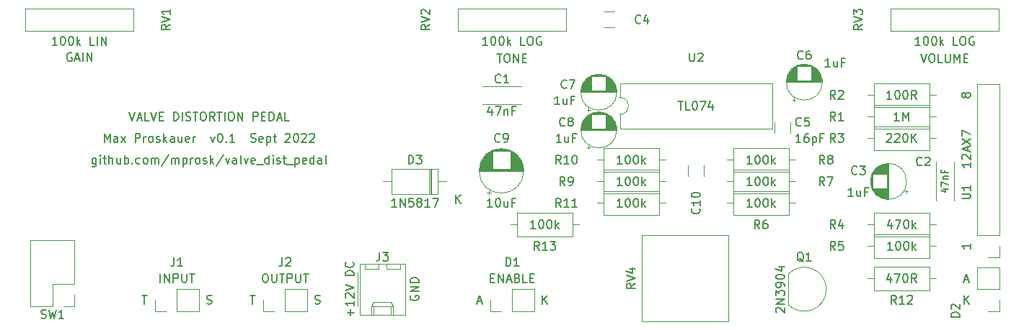
<source format=gbr>
%TF.GenerationSoftware,KiCad,Pcbnew,(6.0.5)*%
%TF.CreationDate,2022-09-19T21:46:26-04:00*%
%TF.ProjectId,valve_distortion,76616c76-655f-4646-9973-746f7274696f,rev?*%
%TF.SameCoordinates,Original*%
%TF.FileFunction,Legend,Top*%
%TF.FilePolarity,Positive*%
%FSLAX46Y46*%
G04 Gerber Fmt 4.6, Leading zero omitted, Abs format (unit mm)*
G04 Created by KiCad (PCBNEW (6.0.5)) date 2022-09-19 21:46:26*
%MOMM*%
%LPD*%
G01*
G04 APERTURE LIST*
%ADD10C,0.150000*%
%ADD11C,0.130000*%
%ADD12C,0.120000*%
G04 APERTURE END LIST*
D10*
X73074285Y-82335714D02*
X73074285Y-83145238D01*
X73026666Y-83240476D01*
X72979047Y-83288095D01*
X72883809Y-83335714D01*
X72740952Y-83335714D01*
X72645714Y-83288095D01*
X73074285Y-82954761D02*
X72979047Y-83002380D01*
X72788571Y-83002380D01*
X72693333Y-82954761D01*
X72645714Y-82907142D01*
X72598095Y-82811904D01*
X72598095Y-82526190D01*
X72645714Y-82430952D01*
X72693333Y-82383333D01*
X72788571Y-82335714D01*
X72979047Y-82335714D01*
X73074285Y-82383333D01*
X73550476Y-83002380D02*
X73550476Y-82335714D01*
X73550476Y-82002380D02*
X73502857Y-82050000D01*
X73550476Y-82097619D01*
X73598095Y-82050000D01*
X73550476Y-82002380D01*
X73550476Y-82097619D01*
X73883809Y-82335714D02*
X74264761Y-82335714D01*
X74026666Y-82002380D02*
X74026666Y-82859523D01*
X74074285Y-82954761D01*
X74169523Y-83002380D01*
X74264761Y-83002380D01*
X74598095Y-83002380D02*
X74598095Y-82002380D01*
X75026666Y-83002380D02*
X75026666Y-82478571D01*
X74979047Y-82383333D01*
X74883809Y-82335714D01*
X74740952Y-82335714D01*
X74645714Y-82383333D01*
X74598095Y-82430952D01*
X75931428Y-82335714D02*
X75931428Y-83002380D01*
X75502857Y-82335714D02*
X75502857Y-82859523D01*
X75550476Y-82954761D01*
X75645714Y-83002380D01*
X75788571Y-83002380D01*
X75883809Y-82954761D01*
X75931428Y-82907142D01*
X76407619Y-83002380D02*
X76407619Y-82002380D01*
X76407619Y-82383333D02*
X76502857Y-82335714D01*
X76693333Y-82335714D01*
X76788571Y-82383333D01*
X76836190Y-82430952D01*
X76883809Y-82526190D01*
X76883809Y-82811904D01*
X76836190Y-82907142D01*
X76788571Y-82954761D01*
X76693333Y-83002380D01*
X76502857Y-83002380D01*
X76407619Y-82954761D01*
X77312380Y-82907142D02*
X77360000Y-82954761D01*
X77312380Y-83002380D01*
X77264761Y-82954761D01*
X77312380Y-82907142D01*
X77312380Y-83002380D01*
X78217142Y-82954761D02*
X78121904Y-83002380D01*
X77931428Y-83002380D01*
X77836190Y-82954761D01*
X77788571Y-82907142D01*
X77740952Y-82811904D01*
X77740952Y-82526190D01*
X77788571Y-82430952D01*
X77836190Y-82383333D01*
X77931428Y-82335714D01*
X78121904Y-82335714D01*
X78217142Y-82383333D01*
X78788571Y-83002380D02*
X78693333Y-82954761D01*
X78645714Y-82907142D01*
X78598095Y-82811904D01*
X78598095Y-82526190D01*
X78645714Y-82430952D01*
X78693333Y-82383333D01*
X78788571Y-82335714D01*
X78931428Y-82335714D01*
X79026666Y-82383333D01*
X79074285Y-82430952D01*
X79121904Y-82526190D01*
X79121904Y-82811904D01*
X79074285Y-82907142D01*
X79026666Y-82954761D01*
X78931428Y-83002380D01*
X78788571Y-83002380D01*
X79550476Y-83002380D02*
X79550476Y-82335714D01*
X79550476Y-82430952D02*
X79598095Y-82383333D01*
X79693333Y-82335714D01*
X79836190Y-82335714D01*
X79931428Y-82383333D01*
X79979047Y-82478571D01*
X79979047Y-83002380D01*
X79979047Y-82478571D02*
X80026666Y-82383333D01*
X80121904Y-82335714D01*
X80264761Y-82335714D01*
X80360000Y-82383333D01*
X80407619Y-82478571D01*
X80407619Y-83002380D01*
X81598095Y-81954761D02*
X80740952Y-83240476D01*
X81931428Y-83002380D02*
X81931428Y-82335714D01*
X81931428Y-82430952D02*
X81979047Y-82383333D01*
X82074285Y-82335714D01*
X82217142Y-82335714D01*
X82312380Y-82383333D01*
X82360000Y-82478571D01*
X82360000Y-83002380D01*
X82360000Y-82478571D02*
X82407619Y-82383333D01*
X82502857Y-82335714D01*
X82645714Y-82335714D01*
X82740952Y-82383333D01*
X82788571Y-82478571D01*
X82788571Y-83002380D01*
X83264761Y-82335714D02*
X83264761Y-83335714D01*
X83264761Y-82383333D02*
X83360000Y-82335714D01*
X83550476Y-82335714D01*
X83645714Y-82383333D01*
X83693333Y-82430952D01*
X83740952Y-82526190D01*
X83740952Y-82811904D01*
X83693333Y-82907142D01*
X83645714Y-82954761D01*
X83550476Y-83002380D01*
X83360000Y-83002380D01*
X83264761Y-82954761D01*
X84169523Y-83002380D02*
X84169523Y-82335714D01*
X84169523Y-82526190D02*
X84217142Y-82430952D01*
X84264761Y-82383333D01*
X84360000Y-82335714D01*
X84455238Y-82335714D01*
X84931428Y-83002380D02*
X84836190Y-82954761D01*
X84788571Y-82907142D01*
X84740952Y-82811904D01*
X84740952Y-82526190D01*
X84788571Y-82430952D01*
X84836190Y-82383333D01*
X84931428Y-82335714D01*
X85074285Y-82335714D01*
X85169523Y-82383333D01*
X85217142Y-82430952D01*
X85264761Y-82526190D01*
X85264761Y-82811904D01*
X85217142Y-82907142D01*
X85169523Y-82954761D01*
X85074285Y-83002380D01*
X84931428Y-83002380D01*
X85645714Y-82954761D02*
X85740952Y-83002380D01*
X85931428Y-83002380D01*
X86026666Y-82954761D01*
X86074285Y-82859523D01*
X86074285Y-82811904D01*
X86026666Y-82716666D01*
X85931428Y-82669047D01*
X85788571Y-82669047D01*
X85693333Y-82621428D01*
X85645714Y-82526190D01*
X85645714Y-82478571D01*
X85693333Y-82383333D01*
X85788571Y-82335714D01*
X85931428Y-82335714D01*
X86026666Y-82383333D01*
X86502857Y-83002380D02*
X86502857Y-82002380D01*
X86598095Y-82621428D02*
X86883809Y-83002380D01*
X86883809Y-82335714D02*
X86502857Y-82716666D01*
X88026666Y-81954761D02*
X87169523Y-83240476D01*
X88264761Y-82335714D02*
X88502857Y-83002380D01*
X88740952Y-82335714D01*
X89550476Y-83002380D02*
X89550476Y-82478571D01*
X89502857Y-82383333D01*
X89407619Y-82335714D01*
X89217142Y-82335714D01*
X89121904Y-82383333D01*
X89550476Y-82954761D02*
X89455238Y-83002380D01*
X89217142Y-83002380D01*
X89121904Y-82954761D01*
X89074285Y-82859523D01*
X89074285Y-82764285D01*
X89121904Y-82669047D01*
X89217142Y-82621428D01*
X89455238Y-82621428D01*
X89550476Y-82573809D01*
X90169523Y-83002380D02*
X90074285Y-82954761D01*
X90026666Y-82859523D01*
X90026666Y-82002380D01*
X90455238Y-82335714D02*
X90693333Y-83002380D01*
X90931428Y-82335714D01*
X91693333Y-82954761D02*
X91598095Y-83002380D01*
X91407619Y-83002380D01*
X91312380Y-82954761D01*
X91264761Y-82859523D01*
X91264761Y-82478571D01*
X91312380Y-82383333D01*
X91407619Y-82335714D01*
X91598095Y-82335714D01*
X91693333Y-82383333D01*
X91740952Y-82478571D01*
X91740952Y-82573809D01*
X91264761Y-82669047D01*
X91931428Y-83097619D02*
X92693333Y-83097619D01*
X93360000Y-83002380D02*
X93360000Y-82002380D01*
X93360000Y-82954761D02*
X93264761Y-83002380D01*
X93074285Y-83002380D01*
X92979047Y-82954761D01*
X92931428Y-82907142D01*
X92883809Y-82811904D01*
X92883809Y-82526190D01*
X92931428Y-82430952D01*
X92979047Y-82383333D01*
X93074285Y-82335714D01*
X93264761Y-82335714D01*
X93360000Y-82383333D01*
X93836190Y-83002380D02*
X93836190Y-82335714D01*
X93836190Y-82002380D02*
X93788571Y-82050000D01*
X93836190Y-82097619D01*
X93883809Y-82050000D01*
X93836190Y-82002380D01*
X93836190Y-82097619D01*
X94264761Y-82954761D02*
X94360000Y-83002380D01*
X94550476Y-83002380D01*
X94645714Y-82954761D01*
X94693333Y-82859523D01*
X94693333Y-82811904D01*
X94645714Y-82716666D01*
X94550476Y-82669047D01*
X94407619Y-82669047D01*
X94312380Y-82621428D01*
X94264761Y-82526190D01*
X94264761Y-82478571D01*
X94312380Y-82383333D01*
X94407619Y-82335714D01*
X94550476Y-82335714D01*
X94645714Y-82383333D01*
X94979047Y-82335714D02*
X95360000Y-82335714D01*
X95121904Y-82002380D02*
X95121904Y-82859523D01*
X95169523Y-82954761D01*
X95264761Y-83002380D01*
X95360000Y-83002380D01*
X95455238Y-83097619D02*
X96217142Y-83097619D01*
X96455238Y-82335714D02*
X96455238Y-83335714D01*
X96455238Y-82383333D02*
X96550476Y-82335714D01*
X96740952Y-82335714D01*
X96836190Y-82383333D01*
X96883809Y-82430952D01*
X96931428Y-82526190D01*
X96931428Y-82811904D01*
X96883809Y-82907142D01*
X96836190Y-82954761D01*
X96740952Y-83002380D01*
X96550476Y-83002380D01*
X96455238Y-82954761D01*
X97740952Y-82954761D02*
X97645714Y-83002380D01*
X97455238Y-83002380D01*
X97359999Y-82954761D01*
X97312380Y-82859523D01*
X97312380Y-82478571D01*
X97359999Y-82383333D01*
X97455238Y-82335714D01*
X97645714Y-82335714D01*
X97740952Y-82383333D01*
X97788571Y-82478571D01*
X97788571Y-82573809D01*
X97312380Y-82669047D01*
X98645714Y-83002380D02*
X98645714Y-82002380D01*
X98645714Y-82954761D02*
X98550476Y-83002380D01*
X98359999Y-83002380D01*
X98264761Y-82954761D01*
X98217142Y-82907142D01*
X98169523Y-82811904D01*
X98169523Y-82526190D01*
X98217142Y-82430952D01*
X98264761Y-82383333D01*
X98359999Y-82335714D01*
X98550476Y-82335714D01*
X98645714Y-82383333D01*
X99550476Y-83002380D02*
X99550476Y-82478571D01*
X99502857Y-82383333D01*
X99407619Y-82335714D01*
X99217142Y-82335714D01*
X99121904Y-82383333D01*
X99550476Y-82954761D02*
X99455238Y-83002380D01*
X99217142Y-83002380D01*
X99121904Y-82954761D01*
X99074285Y-82859523D01*
X99074285Y-82764285D01*
X99121904Y-82669047D01*
X99217142Y-82621428D01*
X99455238Y-82621428D01*
X99550476Y-82573809D01*
X100169523Y-83002380D02*
X100074285Y-82954761D01*
X100026666Y-82859523D01*
X100026666Y-82002380D01*
X76979047Y-76922380D02*
X77312380Y-77922380D01*
X77645714Y-76922380D01*
X77931428Y-77636666D02*
X78407619Y-77636666D01*
X77836190Y-77922380D02*
X78169523Y-76922380D01*
X78502857Y-77922380D01*
X79312380Y-77922380D02*
X78836190Y-77922380D01*
X78836190Y-76922380D01*
X79502857Y-76922380D02*
X79836190Y-77922380D01*
X80169523Y-76922380D01*
X80502857Y-77398571D02*
X80836190Y-77398571D01*
X80979047Y-77922380D02*
X80502857Y-77922380D01*
X80502857Y-76922380D01*
X80979047Y-76922380D01*
X82169523Y-77922380D02*
X82169523Y-76922380D01*
X82407619Y-76922380D01*
X82550476Y-76970000D01*
X82645714Y-77065238D01*
X82693333Y-77160476D01*
X82740952Y-77350952D01*
X82740952Y-77493809D01*
X82693333Y-77684285D01*
X82645714Y-77779523D01*
X82550476Y-77874761D01*
X82407619Y-77922380D01*
X82169523Y-77922380D01*
X83169523Y-77922380D02*
X83169523Y-76922380D01*
X83598095Y-77874761D02*
X83740952Y-77922380D01*
X83979047Y-77922380D01*
X84074285Y-77874761D01*
X84121904Y-77827142D01*
X84169523Y-77731904D01*
X84169523Y-77636666D01*
X84121904Y-77541428D01*
X84074285Y-77493809D01*
X83979047Y-77446190D01*
X83788571Y-77398571D01*
X83693333Y-77350952D01*
X83645714Y-77303333D01*
X83598095Y-77208095D01*
X83598095Y-77112857D01*
X83645714Y-77017619D01*
X83693333Y-76970000D01*
X83788571Y-76922380D01*
X84026666Y-76922380D01*
X84169523Y-76970000D01*
X84455238Y-76922380D02*
X85026666Y-76922380D01*
X84740952Y-77922380D02*
X84740952Y-76922380D01*
X85550476Y-76922380D02*
X85740952Y-76922380D01*
X85836190Y-76970000D01*
X85931428Y-77065238D01*
X85979047Y-77255714D01*
X85979047Y-77589047D01*
X85931428Y-77779523D01*
X85836190Y-77874761D01*
X85740952Y-77922380D01*
X85550476Y-77922380D01*
X85455238Y-77874761D01*
X85360000Y-77779523D01*
X85312380Y-77589047D01*
X85312380Y-77255714D01*
X85360000Y-77065238D01*
X85455238Y-76970000D01*
X85550476Y-76922380D01*
X86979047Y-77922380D02*
X86645714Y-77446190D01*
X86407619Y-77922380D02*
X86407619Y-76922380D01*
X86788571Y-76922380D01*
X86883809Y-76970000D01*
X86931428Y-77017619D01*
X86979047Y-77112857D01*
X86979047Y-77255714D01*
X86931428Y-77350952D01*
X86883809Y-77398571D01*
X86788571Y-77446190D01*
X86407619Y-77446190D01*
X87264761Y-76922380D02*
X87836190Y-76922380D01*
X87550476Y-77922380D02*
X87550476Y-76922380D01*
X88169523Y-77922380D02*
X88169523Y-76922380D01*
X88836190Y-76922380D02*
X89026666Y-76922380D01*
X89121904Y-76970000D01*
X89217142Y-77065238D01*
X89264761Y-77255714D01*
X89264761Y-77589047D01*
X89217142Y-77779523D01*
X89121904Y-77874761D01*
X89026666Y-77922380D01*
X88836190Y-77922380D01*
X88740952Y-77874761D01*
X88645714Y-77779523D01*
X88598095Y-77589047D01*
X88598095Y-77255714D01*
X88645714Y-77065238D01*
X88740952Y-76970000D01*
X88836190Y-76922380D01*
X89693333Y-77922380D02*
X89693333Y-76922380D01*
X90264761Y-77922380D01*
X90264761Y-76922380D01*
X91502857Y-77922380D02*
X91502857Y-76922380D01*
X91883809Y-76922380D01*
X91979047Y-76970000D01*
X92026666Y-77017619D01*
X92074285Y-77112857D01*
X92074285Y-77255714D01*
X92026666Y-77350952D01*
X91979047Y-77398571D01*
X91883809Y-77446190D01*
X91502857Y-77446190D01*
X92502857Y-77398571D02*
X92836190Y-77398571D01*
X92979047Y-77922380D02*
X92502857Y-77922380D01*
X92502857Y-76922380D01*
X92979047Y-76922380D01*
X93407619Y-77922380D02*
X93407619Y-76922380D01*
X93645714Y-76922380D01*
X93788571Y-76970000D01*
X93883809Y-77065238D01*
X93931428Y-77160476D01*
X93979047Y-77350952D01*
X93979047Y-77493809D01*
X93931428Y-77684285D01*
X93883809Y-77779523D01*
X93788571Y-77874761D01*
X93645714Y-77922380D01*
X93407619Y-77922380D01*
X94360000Y-77636666D02*
X94836190Y-77636666D01*
X94264761Y-77922380D02*
X94598095Y-76922380D01*
X94931428Y-77922380D01*
X95740952Y-77922380D02*
X95264761Y-77922380D01*
X95264761Y-76922380D01*
X74050476Y-80462380D02*
X74050476Y-79462380D01*
X74383809Y-80176666D01*
X74717142Y-79462380D01*
X74717142Y-80462380D01*
X75621904Y-80462380D02*
X75621904Y-79938571D01*
X75574285Y-79843333D01*
X75479047Y-79795714D01*
X75288571Y-79795714D01*
X75193333Y-79843333D01*
X75621904Y-80414761D02*
X75526666Y-80462380D01*
X75288571Y-80462380D01*
X75193333Y-80414761D01*
X75145714Y-80319523D01*
X75145714Y-80224285D01*
X75193333Y-80129047D01*
X75288571Y-80081428D01*
X75526666Y-80081428D01*
X75621904Y-80033809D01*
X76002857Y-80462380D02*
X76526666Y-79795714D01*
X76002857Y-79795714D02*
X76526666Y-80462380D01*
X77669523Y-80462380D02*
X77669523Y-79462380D01*
X78050476Y-79462380D01*
X78145714Y-79510000D01*
X78193333Y-79557619D01*
X78240952Y-79652857D01*
X78240952Y-79795714D01*
X78193333Y-79890952D01*
X78145714Y-79938571D01*
X78050476Y-79986190D01*
X77669523Y-79986190D01*
X78669523Y-80462380D02*
X78669523Y-79795714D01*
X78669523Y-79986190D02*
X78717142Y-79890952D01*
X78764761Y-79843333D01*
X78860000Y-79795714D01*
X78955238Y-79795714D01*
X79431428Y-80462380D02*
X79336190Y-80414761D01*
X79288571Y-80367142D01*
X79240952Y-80271904D01*
X79240952Y-79986190D01*
X79288571Y-79890952D01*
X79336190Y-79843333D01*
X79431428Y-79795714D01*
X79574285Y-79795714D01*
X79669523Y-79843333D01*
X79717142Y-79890952D01*
X79764761Y-79986190D01*
X79764761Y-80271904D01*
X79717142Y-80367142D01*
X79669523Y-80414761D01*
X79574285Y-80462380D01*
X79431428Y-80462380D01*
X80145714Y-80414761D02*
X80240952Y-80462380D01*
X80431428Y-80462380D01*
X80526666Y-80414761D01*
X80574285Y-80319523D01*
X80574285Y-80271904D01*
X80526666Y-80176666D01*
X80431428Y-80129047D01*
X80288571Y-80129047D01*
X80193333Y-80081428D01*
X80145714Y-79986190D01*
X80145714Y-79938571D01*
X80193333Y-79843333D01*
X80288571Y-79795714D01*
X80431428Y-79795714D01*
X80526666Y-79843333D01*
X81002857Y-80462380D02*
X81002857Y-79462380D01*
X81098095Y-80081428D02*
X81383809Y-80462380D01*
X81383809Y-79795714D02*
X81002857Y-80176666D01*
X82240952Y-80462380D02*
X82240952Y-79938571D01*
X82193333Y-79843333D01*
X82098095Y-79795714D01*
X81907619Y-79795714D01*
X81812380Y-79843333D01*
X82240952Y-80414761D02*
X82145714Y-80462380D01*
X81907619Y-80462380D01*
X81812380Y-80414761D01*
X81764761Y-80319523D01*
X81764761Y-80224285D01*
X81812380Y-80129047D01*
X81907619Y-80081428D01*
X82145714Y-80081428D01*
X82240952Y-80033809D01*
X83145714Y-79795714D02*
X83145714Y-80462380D01*
X82717142Y-79795714D02*
X82717142Y-80319523D01*
X82764761Y-80414761D01*
X82860000Y-80462380D01*
X83002857Y-80462380D01*
X83098095Y-80414761D01*
X83145714Y-80367142D01*
X84002857Y-80414761D02*
X83907619Y-80462380D01*
X83717142Y-80462380D01*
X83621904Y-80414761D01*
X83574285Y-80319523D01*
X83574285Y-79938571D01*
X83621904Y-79843333D01*
X83717142Y-79795714D01*
X83907619Y-79795714D01*
X84002857Y-79843333D01*
X84050476Y-79938571D01*
X84050476Y-80033809D01*
X83574285Y-80129047D01*
X84479047Y-80462380D02*
X84479047Y-79795714D01*
X84479047Y-79986190D02*
X84526666Y-79890952D01*
X84574285Y-79843333D01*
X84669523Y-79795714D01*
X84764761Y-79795714D01*
X86526666Y-79795714D02*
X86764761Y-80462380D01*
X87002857Y-79795714D01*
X87574285Y-79462380D02*
X87669523Y-79462380D01*
X87764761Y-79510000D01*
X87812380Y-79557619D01*
X87860000Y-79652857D01*
X87907619Y-79843333D01*
X87907619Y-80081428D01*
X87860000Y-80271904D01*
X87812380Y-80367142D01*
X87764761Y-80414761D01*
X87669523Y-80462380D01*
X87574285Y-80462380D01*
X87479047Y-80414761D01*
X87431428Y-80367142D01*
X87383809Y-80271904D01*
X87336190Y-80081428D01*
X87336190Y-79843333D01*
X87383809Y-79652857D01*
X87431428Y-79557619D01*
X87479047Y-79510000D01*
X87574285Y-79462380D01*
X88336190Y-80367142D02*
X88383809Y-80414761D01*
X88336190Y-80462380D01*
X88288571Y-80414761D01*
X88336190Y-80367142D01*
X88336190Y-80462380D01*
X89336190Y-80462380D02*
X88764761Y-80462380D01*
X89050476Y-80462380D02*
X89050476Y-79462380D01*
X88955238Y-79605238D01*
X88860000Y-79700476D01*
X88764761Y-79748095D01*
X91240952Y-80414761D02*
X91383809Y-80462380D01*
X91621904Y-80462380D01*
X91717142Y-80414761D01*
X91764761Y-80367142D01*
X91812380Y-80271904D01*
X91812380Y-80176666D01*
X91764761Y-80081428D01*
X91717142Y-80033809D01*
X91621904Y-79986190D01*
X91431428Y-79938571D01*
X91336190Y-79890952D01*
X91288571Y-79843333D01*
X91240952Y-79748095D01*
X91240952Y-79652857D01*
X91288571Y-79557619D01*
X91336190Y-79510000D01*
X91431428Y-79462380D01*
X91669523Y-79462380D01*
X91812380Y-79510000D01*
X92621904Y-80414761D02*
X92526666Y-80462380D01*
X92336190Y-80462380D01*
X92240952Y-80414761D01*
X92193333Y-80319523D01*
X92193333Y-79938571D01*
X92240952Y-79843333D01*
X92336190Y-79795714D01*
X92526666Y-79795714D01*
X92621904Y-79843333D01*
X92669523Y-79938571D01*
X92669523Y-80033809D01*
X92193333Y-80129047D01*
X93098095Y-79795714D02*
X93098095Y-80795714D01*
X93098095Y-79843333D02*
X93193333Y-79795714D01*
X93383809Y-79795714D01*
X93479047Y-79843333D01*
X93526666Y-79890952D01*
X93574285Y-79986190D01*
X93574285Y-80271904D01*
X93526666Y-80367142D01*
X93479047Y-80414761D01*
X93383809Y-80462380D01*
X93193333Y-80462380D01*
X93098095Y-80414761D01*
X93860000Y-79795714D02*
X94240952Y-79795714D01*
X94002857Y-79462380D02*
X94002857Y-80319523D01*
X94050476Y-80414761D01*
X94145714Y-80462380D01*
X94240952Y-80462380D01*
X95288571Y-79557619D02*
X95336190Y-79510000D01*
X95431428Y-79462380D01*
X95669523Y-79462380D01*
X95764761Y-79510000D01*
X95812380Y-79557619D01*
X95860000Y-79652857D01*
X95860000Y-79748095D01*
X95812380Y-79890952D01*
X95240952Y-80462380D01*
X95860000Y-80462380D01*
X96479047Y-79462380D02*
X96574285Y-79462380D01*
X96669523Y-79510000D01*
X96717142Y-79557619D01*
X96764761Y-79652857D01*
X96812380Y-79843333D01*
X96812380Y-80081428D01*
X96764761Y-80271904D01*
X96717142Y-80367142D01*
X96669523Y-80414761D01*
X96574285Y-80462380D01*
X96479047Y-80462380D01*
X96383809Y-80414761D01*
X96336190Y-80367142D01*
X96288571Y-80271904D01*
X96240952Y-80081428D01*
X96240952Y-79843333D01*
X96288571Y-79652857D01*
X96336190Y-79557619D01*
X96383809Y-79510000D01*
X96479047Y-79462380D01*
X97193333Y-79557619D02*
X97240952Y-79510000D01*
X97336190Y-79462380D01*
X97574285Y-79462380D01*
X97669523Y-79510000D01*
X97717142Y-79557619D01*
X97764761Y-79652857D01*
X97764761Y-79748095D01*
X97717142Y-79890952D01*
X97145714Y-80462380D01*
X97764761Y-80462380D01*
X98145714Y-79557619D02*
X98193333Y-79510000D01*
X98288571Y-79462380D01*
X98526666Y-79462380D01*
X98621904Y-79510000D01*
X98669523Y-79557619D01*
X98717142Y-79652857D01*
X98717142Y-79748095D01*
X98669523Y-79890952D01*
X98098095Y-80462380D01*
X98717142Y-80462380D01*
X125468095Y-99512380D02*
X125468095Y-98512380D01*
X126039523Y-99512380D02*
X125610952Y-98940952D01*
X126039523Y-98512380D02*
X125468095Y-99083809D01*
X117871904Y-99226666D02*
X118348095Y-99226666D01*
X117776666Y-99512380D02*
X118110000Y-98512380D01*
X118443333Y-99512380D01*
X119396190Y-96448571D02*
X119729523Y-96448571D01*
X119872380Y-96972380D02*
X119396190Y-96972380D01*
X119396190Y-95972380D01*
X119872380Y-95972380D01*
X120300952Y-96972380D02*
X120300952Y-95972380D01*
X120872380Y-96972380D01*
X120872380Y-95972380D01*
X121300952Y-96686666D02*
X121777142Y-96686666D01*
X121205714Y-96972380D02*
X121539047Y-95972380D01*
X121872380Y-96972380D01*
X122539047Y-96448571D02*
X122681904Y-96496190D01*
X122729523Y-96543809D01*
X122777142Y-96639047D01*
X122777142Y-96781904D01*
X122729523Y-96877142D01*
X122681904Y-96924761D01*
X122586666Y-96972380D01*
X122205714Y-96972380D01*
X122205714Y-95972380D01*
X122539047Y-95972380D01*
X122634285Y-96020000D01*
X122681904Y-96067619D01*
X122729523Y-96162857D01*
X122729523Y-96258095D01*
X122681904Y-96353333D01*
X122634285Y-96400952D01*
X122539047Y-96448571D01*
X122205714Y-96448571D01*
X123681904Y-96972380D02*
X123205714Y-96972380D01*
X123205714Y-95972380D01*
X124015238Y-96448571D02*
X124348571Y-96448571D01*
X124491428Y-96972380D02*
X124015238Y-96972380D01*
X124015238Y-95972380D01*
X124491428Y-95972380D01*
X175140952Y-75010238D02*
X175093333Y-75105476D01*
X175045714Y-75153095D01*
X174950476Y-75200714D01*
X174902857Y-75200714D01*
X174807619Y-75153095D01*
X174760000Y-75105476D01*
X174712380Y-75010238D01*
X174712380Y-74819761D01*
X174760000Y-74724523D01*
X174807619Y-74676904D01*
X174902857Y-74629285D01*
X174950476Y-74629285D01*
X175045714Y-74676904D01*
X175093333Y-74724523D01*
X175140952Y-74819761D01*
X175140952Y-75010238D01*
X175188571Y-75105476D01*
X175236190Y-75153095D01*
X175331428Y-75200714D01*
X175521904Y-75200714D01*
X175617142Y-75153095D01*
X175664761Y-75105476D01*
X175712380Y-75010238D01*
X175712380Y-74819761D01*
X175664761Y-74724523D01*
X175617142Y-74676904D01*
X175521904Y-74629285D01*
X175331428Y-74629285D01*
X175236190Y-74676904D01*
X175188571Y-74724523D01*
X175140952Y-74819761D01*
X86074285Y-99464761D02*
X86217142Y-99512380D01*
X86455238Y-99512380D01*
X86550476Y-99464761D01*
X86598095Y-99417142D01*
X86645714Y-99321904D01*
X86645714Y-99226666D01*
X86598095Y-99131428D01*
X86550476Y-99083809D01*
X86455238Y-99036190D01*
X86264761Y-98988571D01*
X86169523Y-98940952D01*
X86121904Y-98893333D01*
X86074285Y-98798095D01*
X86074285Y-98702857D01*
X86121904Y-98607619D01*
X86169523Y-98560000D01*
X86264761Y-98512380D01*
X86502857Y-98512380D01*
X86645714Y-98560000D01*
X78454285Y-98512380D02*
X79025714Y-98512380D01*
X78740000Y-99512380D02*
X78740000Y-98512380D01*
X109990000Y-98531904D02*
X109942380Y-98627142D01*
X109942380Y-98770000D01*
X109990000Y-98912857D01*
X110085238Y-99008095D01*
X110180476Y-99055714D01*
X110370952Y-99103333D01*
X110513809Y-99103333D01*
X110704285Y-99055714D01*
X110799523Y-99008095D01*
X110894761Y-98912857D01*
X110942380Y-98770000D01*
X110942380Y-98674761D01*
X110894761Y-98531904D01*
X110847142Y-98484285D01*
X110513809Y-98484285D01*
X110513809Y-98674761D01*
X110942380Y-98055714D02*
X109942380Y-98055714D01*
X110942380Y-97484285D01*
X109942380Y-97484285D01*
X110942380Y-97008095D02*
X109942380Y-97008095D01*
X109942380Y-96770000D01*
X109990000Y-96627142D01*
X110085238Y-96531904D01*
X110180476Y-96484285D01*
X110370952Y-96436666D01*
X110513809Y-96436666D01*
X110704285Y-96484285D01*
X110799523Y-96531904D01*
X110894761Y-96627142D01*
X110942380Y-96770000D01*
X110942380Y-97008095D01*
X175712380Y-92409285D02*
X175712380Y-92980714D01*
X175712380Y-92695000D02*
X174712380Y-92695000D01*
X174855238Y-92790238D01*
X174950476Y-92885476D01*
X174998095Y-92980714D01*
X175021904Y-96686666D02*
X175498095Y-96686666D01*
X174926666Y-96972380D02*
X175260000Y-95972380D01*
X175593333Y-96972380D01*
X174998095Y-99512380D02*
X174998095Y-98512380D01*
X175569523Y-99512380D02*
X175140952Y-98940952D01*
X175569523Y-98512380D02*
X174998095Y-99083809D01*
X98774285Y-99464761D02*
X98917142Y-99512380D01*
X99155238Y-99512380D01*
X99250476Y-99464761D01*
X99298095Y-99417142D01*
X99345714Y-99321904D01*
X99345714Y-99226666D01*
X99298095Y-99131428D01*
X99250476Y-99083809D01*
X99155238Y-99036190D01*
X98964761Y-98988571D01*
X98869523Y-98940952D01*
X98821904Y-98893333D01*
X98774285Y-98798095D01*
X98774285Y-98702857D01*
X98821904Y-98607619D01*
X98869523Y-98560000D01*
X98964761Y-98512380D01*
X99202857Y-98512380D01*
X99345714Y-98560000D01*
X102941428Y-100932857D02*
X102941428Y-100170952D01*
X103322380Y-100551904D02*
X102560476Y-100551904D01*
X103322380Y-99170952D02*
X103322380Y-99742380D01*
X103322380Y-99456666D02*
X102322380Y-99456666D01*
X102465238Y-99551904D01*
X102560476Y-99647142D01*
X102608095Y-99742380D01*
X102417619Y-98790000D02*
X102370000Y-98742380D01*
X102322380Y-98647142D01*
X102322380Y-98409047D01*
X102370000Y-98313809D01*
X102417619Y-98266190D01*
X102512857Y-98218571D01*
X102608095Y-98218571D01*
X102750952Y-98266190D01*
X103322380Y-98837619D01*
X103322380Y-98218571D01*
X102322380Y-97932857D02*
X103322380Y-97599523D01*
X102322380Y-97266190D01*
X103322380Y-96170952D02*
X102322380Y-96170952D01*
X102322380Y-95932857D01*
X102370000Y-95790000D01*
X102465238Y-95694761D01*
X102560476Y-95647142D01*
X102750952Y-95599523D01*
X102893809Y-95599523D01*
X103084285Y-95647142D01*
X103179523Y-95694761D01*
X103274761Y-95790000D01*
X103322380Y-95932857D01*
X103322380Y-96170952D01*
X103227142Y-94599523D02*
X103274761Y-94647142D01*
X103322380Y-94790000D01*
X103322380Y-94885238D01*
X103274761Y-95028095D01*
X103179523Y-95123333D01*
X103084285Y-95170952D01*
X102893809Y-95218571D01*
X102750952Y-95218571D01*
X102560476Y-95170952D01*
X102465238Y-95123333D01*
X102370000Y-95028095D01*
X102322380Y-94885238D01*
X102322380Y-94790000D01*
X102370000Y-94647142D01*
X102417619Y-94599523D01*
X91154285Y-98512380D02*
X91725714Y-98512380D01*
X91440000Y-99512380D02*
X91440000Y-98512380D01*
%TO.C,R10*%
X127632142Y-83012380D02*
X127298809Y-82536190D01*
X127060714Y-83012380D02*
X127060714Y-82012380D01*
X127441666Y-82012380D01*
X127536904Y-82060000D01*
X127584523Y-82107619D01*
X127632142Y-82202857D01*
X127632142Y-82345714D01*
X127584523Y-82440952D01*
X127536904Y-82488571D01*
X127441666Y-82536190D01*
X127060714Y-82536190D01*
X128584523Y-83012380D02*
X128013095Y-83012380D01*
X128298809Y-83012380D02*
X128298809Y-82012380D01*
X128203571Y-82155238D01*
X128108333Y-82250476D01*
X128013095Y-82298095D01*
X129203571Y-82012380D02*
X129298809Y-82012380D01*
X129394047Y-82060000D01*
X129441666Y-82107619D01*
X129489285Y-82202857D01*
X129536904Y-82393333D01*
X129536904Y-82631428D01*
X129489285Y-82821904D01*
X129441666Y-82917142D01*
X129394047Y-82964761D01*
X129298809Y-83012380D01*
X129203571Y-83012380D01*
X129108333Y-82964761D01*
X129060714Y-82917142D01*
X129013095Y-82821904D01*
X128965476Y-82631428D01*
X128965476Y-82393333D01*
X129013095Y-82202857D01*
X129060714Y-82107619D01*
X129108333Y-82060000D01*
X129203571Y-82012380D01*
X134823571Y-83012380D02*
X134252142Y-83012380D01*
X134537857Y-83012380D02*
X134537857Y-82012380D01*
X134442619Y-82155238D01*
X134347380Y-82250476D01*
X134252142Y-82298095D01*
X135442619Y-82012380D02*
X135537857Y-82012380D01*
X135633095Y-82060000D01*
X135680714Y-82107619D01*
X135728333Y-82202857D01*
X135775952Y-82393333D01*
X135775952Y-82631428D01*
X135728333Y-82821904D01*
X135680714Y-82917142D01*
X135633095Y-82964761D01*
X135537857Y-83012380D01*
X135442619Y-83012380D01*
X135347380Y-82964761D01*
X135299761Y-82917142D01*
X135252142Y-82821904D01*
X135204523Y-82631428D01*
X135204523Y-82393333D01*
X135252142Y-82202857D01*
X135299761Y-82107619D01*
X135347380Y-82060000D01*
X135442619Y-82012380D01*
X136395000Y-82012380D02*
X136490238Y-82012380D01*
X136585476Y-82060000D01*
X136633095Y-82107619D01*
X136680714Y-82202857D01*
X136728333Y-82393333D01*
X136728333Y-82631428D01*
X136680714Y-82821904D01*
X136633095Y-82917142D01*
X136585476Y-82964761D01*
X136490238Y-83012380D01*
X136395000Y-83012380D01*
X136299761Y-82964761D01*
X136252142Y-82917142D01*
X136204523Y-82821904D01*
X136156904Y-82631428D01*
X136156904Y-82393333D01*
X136204523Y-82202857D01*
X136252142Y-82107619D01*
X136299761Y-82060000D01*
X136395000Y-82012380D01*
X137156904Y-83012380D02*
X137156904Y-82012380D01*
X137252142Y-82631428D02*
X137537857Y-83012380D01*
X137537857Y-82345714D02*
X137156904Y-82726666D01*
%TO.C,R9*%
X128108333Y-85552380D02*
X127775000Y-85076190D01*
X127536904Y-85552380D02*
X127536904Y-84552380D01*
X127917857Y-84552380D01*
X128013095Y-84600000D01*
X128060714Y-84647619D01*
X128108333Y-84742857D01*
X128108333Y-84885714D01*
X128060714Y-84980952D01*
X128013095Y-85028571D01*
X127917857Y-85076190D01*
X127536904Y-85076190D01*
X128584523Y-85552380D02*
X128775000Y-85552380D01*
X128870238Y-85504761D01*
X128917857Y-85457142D01*
X129013095Y-85314285D01*
X129060714Y-85123809D01*
X129060714Y-84742857D01*
X129013095Y-84647619D01*
X128965476Y-84600000D01*
X128870238Y-84552380D01*
X128679761Y-84552380D01*
X128584523Y-84600000D01*
X128536904Y-84647619D01*
X128489285Y-84742857D01*
X128489285Y-84980952D01*
X128536904Y-85076190D01*
X128584523Y-85123809D01*
X128679761Y-85171428D01*
X128870238Y-85171428D01*
X128965476Y-85123809D01*
X129013095Y-85076190D01*
X129060714Y-84980952D01*
X134823571Y-85552380D02*
X134252142Y-85552380D01*
X134537857Y-85552380D02*
X134537857Y-84552380D01*
X134442619Y-84695238D01*
X134347380Y-84790476D01*
X134252142Y-84838095D01*
X135442619Y-84552380D02*
X135537857Y-84552380D01*
X135633095Y-84600000D01*
X135680714Y-84647619D01*
X135728333Y-84742857D01*
X135775952Y-84933333D01*
X135775952Y-85171428D01*
X135728333Y-85361904D01*
X135680714Y-85457142D01*
X135633095Y-85504761D01*
X135537857Y-85552380D01*
X135442619Y-85552380D01*
X135347380Y-85504761D01*
X135299761Y-85457142D01*
X135252142Y-85361904D01*
X135204523Y-85171428D01*
X135204523Y-84933333D01*
X135252142Y-84742857D01*
X135299761Y-84647619D01*
X135347380Y-84600000D01*
X135442619Y-84552380D01*
X136395000Y-84552380D02*
X136490238Y-84552380D01*
X136585476Y-84600000D01*
X136633095Y-84647619D01*
X136680714Y-84742857D01*
X136728333Y-84933333D01*
X136728333Y-85171428D01*
X136680714Y-85361904D01*
X136633095Y-85457142D01*
X136585476Y-85504761D01*
X136490238Y-85552380D01*
X136395000Y-85552380D01*
X136299761Y-85504761D01*
X136252142Y-85457142D01*
X136204523Y-85361904D01*
X136156904Y-85171428D01*
X136156904Y-84933333D01*
X136204523Y-84742857D01*
X136252142Y-84647619D01*
X136299761Y-84600000D01*
X136395000Y-84552380D01*
X137156904Y-85552380D02*
X137156904Y-84552380D01*
X137252142Y-85171428D02*
X137537857Y-85552380D01*
X137537857Y-84885714D02*
X137156904Y-85266666D01*
%TO.C,D3*%
X109751904Y-83002380D02*
X109751904Y-82002380D01*
X109990000Y-82002380D01*
X110132857Y-82050000D01*
X110228095Y-82145238D01*
X110275714Y-82240476D01*
X110323333Y-82430952D01*
X110323333Y-82573809D01*
X110275714Y-82764285D01*
X110228095Y-82859523D01*
X110132857Y-82954761D01*
X109990000Y-83002380D01*
X109751904Y-83002380D01*
X110656666Y-82002380D02*
X111275714Y-82002380D01*
X110942380Y-82383333D01*
X111085238Y-82383333D01*
X111180476Y-82430952D01*
X111228095Y-82478571D01*
X111275714Y-82573809D01*
X111275714Y-82811904D01*
X111228095Y-82907142D01*
X111180476Y-82954761D01*
X111085238Y-83002380D01*
X110799523Y-83002380D01*
X110704285Y-82954761D01*
X110656666Y-82907142D01*
X108347142Y-88082380D02*
X107775714Y-88082380D01*
X108061428Y-88082380D02*
X108061428Y-87082380D01*
X107966190Y-87225238D01*
X107870952Y-87320476D01*
X107775714Y-87368095D01*
X108775714Y-88082380D02*
X108775714Y-87082380D01*
X109347142Y-88082380D01*
X109347142Y-87082380D01*
X110299523Y-87082380D02*
X109823333Y-87082380D01*
X109775714Y-87558571D01*
X109823333Y-87510952D01*
X109918571Y-87463333D01*
X110156666Y-87463333D01*
X110251904Y-87510952D01*
X110299523Y-87558571D01*
X110347142Y-87653809D01*
X110347142Y-87891904D01*
X110299523Y-87987142D01*
X110251904Y-88034761D01*
X110156666Y-88082380D01*
X109918571Y-88082380D01*
X109823333Y-88034761D01*
X109775714Y-87987142D01*
X110918571Y-87510952D02*
X110823333Y-87463333D01*
X110775714Y-87415714D01*
X110728095Y-87320476D01*
X110728095Y-87272857D01*
X110775714Y-87177619D01*
X110823333Y-87130000D01*
X110918571Y-87082380D01*
X111109047Y-87082380D01*
X111204285Y-87130000D01*
X111251904Y-87177619D01*
X111299523Y-87272857D01*
X111299523Y-87320476D01*
X111251904Y-87415714D01*
X111204285Y-87463333D01*
X111109047Y-87510952D01*
X110918571Y-87510952D01*
X110823333Y-87558571D01*
X110775714Y-87606190D01*
X110728095Y-87701428D01*
X110728095Y-87891904D01*
X110775714Y-87987142D01*
X110823333Y-88034761D01*
X110918571Y-88082380D01*
X111109047Y-88082380D01*
X111204285Y-88034761D01*
X111251904Y-87987142D01*
X111299523Y-87891904D01*
X111299523Y-87701428D01*
X111251904Y-87606190D01*
X111204285Y-87558571D01*
X111109047Y-87510952D01*
X112251904Y-88082380D02*
X111680476Y-88082380D01*
X111966190Y-88082380D02*
X111966190Y-87082380D01*
X111870952Y-87225238D01*
X111775714Y-87320476D01*
X111680476Y-87368095D01*
X112585238Y-87082380D02*
X113251904Y-87082380D01*
X112823333Y-88082380D01*
X115308095Y-87642380D02*
X115308095Y-86642380D01*
X115879523Y-87642380D02*
X115450952Y-87070952D01*
X115879523Y-86642380D02*
X115308095Y-87213809D01*
%TO.C,C10*%
X143872142Y-88282857D02*
X143919761Y-88330476D01*
X143967380Y-88473333D01*
X143967380Y-88568571D01*
X143919761Y-88711428D01*
X143824523Y-88806666D01*
X143729285Y-88854285D01*
X143538809Y-88901904D01*
X143395952Y-88901904D01*
X143205476Y-88854285D01*
X143110238Y-88806666D01*
X143015000Y-88711428D01*
X142967380Y-88568571D01*
X142967380Y-88473333D01*
X143015000Y-88330476D01*
X143062619Y-88282857D01*
X143967380Y-87330476D02*
X143967380Y-87901904D01*
X143967380Y-87616190D02*
X142967380Y-87616190D01*
X143110238Y-87711428D01*
X143205476Y-87806666D01*
X143253095Y-87901904D01*
X142967380Y-86711428D02*
X142967380Y-86616190D01*
X143015000Y-86520952D01*
X143062619Y-86473333D01*
X143157857Y-86425714D01*
X143348333Y-86378095D01*
X143586428Y-86378095D01*
X143776904Y-86425714D01*
X143872142Y-86473333D01*
X143919761Y-86520952D01*
X143967380Y-86616190D01*
X143967380Y-86711428D01*
X143919761Y-86806666D01*
X143872142Y-86854285D01*
X143776904Y-86901904D01*
X143586428Y-86949523D01*
X143348333Y-86949523D01*
X143157857Y-86901904D01*
X143062619Y-86854285D01*
X143015000Y-86806666D01*
X142967380Y-86711428D01*
%TO.C,C9*%
X120483333Y-80367142D02*
X120435714Y-80414761D01*
X120292857Y-80462380D01*
X120197619Y-80462380D01*
X120054761Y-80414761D01*
X119959523Y-80319523D01*
X119911904Y-80224285D01*
X119864285Y-80033809D01*
X119864285Y-79890952D01*
X119911904Y-79700476D01*
X119959523Y-79605238D01*
X120054761Y-79510000D01*
X120197619Y-79462380D01*
X120292857Y-79462380D01*
X120435714Y-79510000D01*
X120483333Y-79557619D01*
X120959523Y-80462380D02*
X121150000Y-80462380D01*
X121245238Y-80414761D01*
X121292857Y-80367142D01*
X121388095Y-80224285D01*
X121435714Y-80033809D01*
X121435714Y-79652857D01*
X121388095Y-79557619D01*
X121340476Y-79510000D01*
X121245238Y-79462380D01*
X121054761Y-79462380D01*
X120959523Y-79510000D01*
X120911904Y-79557619D01*
X120864285Y-79652857D01*
X120864285Y-79890952D01*
X120911904Y-79986190D01*
X120959523Y-80033809D01*
X121054761Y-80081428D01*
X121245238Y-80081428D01*
X121340476Y-80033809D01*
X121388095Y-79986190D01*
X121435714Y-79890952D01*
X119578571Y-88082380D02*
X119007142Y-88082380D01*
X119292857Y-88082380D02*
X119292857Y-87082380D01*
X119197619Y-87225238D01*
X119102380Y-87320476D01*
X119007142Y-87368095D01*
X120197619Y-87082380D02*
X120292857Y-87082380D01*
X120388095Y-87130000D01*
X120435714Y-87177619D01*
X120483333Y-87272857D01*
X120530952Y-87463333D01*
X120530952Y-87701428D01*
X120483333Y-87891904D01*
X120435714Y-87987142D01*
X120388095Y-88034761D01*
X120292857Y-88082380D01*
X120197619Y-88082380D01*
X120102380Y-88034761D01*
X120054761Y-87987142D01*
X120007142Y-87891904D01*
X119959523Y-87701428D01*
X119959523Y-87463333D01*
X120007142Y-87272857D01*
X120054761Y-87177619D01*
X120102380Y-87130000D01*
X120197619Y-87082380D01*
X121388095Y-87415714D02*
X121388095Y-88082380D01*
X120959523Y-87415714D02*
X120959523Y-87939523D01*
X121007142Y-88034761D01*
X121102380Y-88082380D01*
X121245238Y-88082380D01*
X121340476Y-88034761D01*
X121388095Y-87987142D01*
X122197619Y-87558571D02*
X121864285Y-87558571D01*
X121864285Y-88082380D02*
X121864285Y-87082380D01*
X122340476Y-87082380D01*
%TO.C,C8*%
X128108333Y-78472142D02*
X128060714Y-78519761D01*
X127917857Y-78567380D01*
X127822619Y-78567380D01*
X127679761Y-78519761D01*
X127584523Y-78424523D01*
X127536904Y-78329285D01*
X127489285Y-78138809D01*
X127489285Y-77995952D01*
X127536904Y-77805476D01*
X127584523Y-77710238D01*
X127679761Y-77615000D01*
X127822619Y-77567380D01*
X127917857Y-77567380D01*
X128060714Y-77615000D01*
X128108333Y-77662619D01*
X128679761Y-77995952D02*
X128584523Y-77948333D01*
X128536904Y-77900714D01*
X128489285Y-77805476D01*
X128489285Y-77757857D01*
X128536904Y-77662619D01*
X128584523Y-77615000D01*
X128679761Y-77567380D01*
X128870238Y-77567380D01*
X128965476Y-77615000D01*
X129013095Y-77662619D01*
X129060714Y-77757857D01*
X129060714Y-77805476D01*
X129013095Y-77900714D01*
X128965476Y-77948333D01*
X128870238Y-77995952D01*
X128679761Y-77995952D01*
X128584523Y-78043571D01*
X128536904Y-78091190D01*
X128489285Y-78186428D01*
X128489285Y-78376904D01*
X128536904Y-78472142D01*
X128584523Y-78519761D01*
X128679761Y-78567380D01*
X128870238Y-78567380D01*
X128965476Y-78519761D01*
X129013095Y-78472142D01*
X129060714Y-78376904D01*
X129060714Y-78186428D01*
X129013095Y-78091190D01*
X128965476Y-78043571D01*
X128870238Y-77995952D01*
X127679761Y-80472380D02*
X127108333Y-80472380D01*
X127394047Y-80472380D02*
X127394047Y-79472380D01*
X127298809Y-79615238D01*
X127203571Y-79710476D01*
X127108333Y-79758095D01*
X128536904Y-79805714D02*
X128536904Y-80472380D01*
X128108333Y-79805714D02*
X128108333Y-80329523D01*
X128155952Y-80424761D01*
X128251190Y-80472380D01*
X128394047Y-80472380D01*
X128489285Y-80424761D01*
X128536904Y-80377142D01*
X129346428Y-79948571D02*
X129013095Y-79948571D01*
X129013095Y-80472380D02*
X129013095Y-79472380D01*
X129489285Y-79472380D01*
%TO.C,C5*%
X155852023Y-78472142D02*
X155804404Y-78519761D01*
X155661547Y-78567380D01*
X155566309Y-78567380D01*
X155423452Y-78519761D01*
X155328214Y-78424523D01*
X155280595Y-78329285D01*
X155232976Y-78138809D01*
X155232976Y-77995952D01*
X155280595Y-77805476D01*
X155328214Y-77710238D01*
X155423452Y-77615000D01*
X155566309Y-77567380D01*
X155661547Y-77567380D01*
X155804404Y-77615000D01*
X155852023Y-77662619D01*
X156756785Y-77567380D02*
X156280595Y-77567380D01*
X156232976Y-78043571D01*
X156280595Y-77995952D01*
X156375833Y-77948333D01*
X156613928Y-77948333D01*
X156709166Y-77995952D01*
X156756785Y-78043571D01*
X156804404Y-78138809D01*
X156804404Y-78376904D01*
X156756785Y-78472142D01*
X156709166Y-78519761D01*
X156613928Y-78567380D01*
X156375833Y-78567380D01*
X156280595Y-78519761D01*
X156232976Y-78472142D01*
X155804404Y-80472380D02*
X155232976Y-80472380D01*
X155518690Y-80472380D02*
X155518690Y-79472380D01*
X155423452Y-79615238D01*
X155328214Y-79710476D01*
X155232976Y-79758095D01*
X156661547Y-79472380D02*
X156471071Y-79472380D01*
X156375833Y-79520000D01*
X156328214Y-79567619D01*
X156232976Y-79710476D01*
X156185357Y-79900952D01*
X156185357Y-80281904D01*
X156232976Y-80377142D01*
X156280595Y-80424761D01*
X156375833Y-80472380D01*
X156566309Y-80472380D01*
X156661547Y-80424761D01*
X156709166Y-80377142D01*
X156756785Y-80281904D01*
X156756785Y-80043809D01*
X156709166Y-79948571D01*
X156661547Y-79900952D01*
X156566309Y-79853333D01*
X156375833Y-79853333D01*
X156280595Y-79900952D01*
X156232976Y-79948571D01*
X156185357Y-80043809D01*
X157185357Y-79805714D02*
X157185357Y-80805714D01*
X157185357Y-79853333D02*
X157280595Y-79805714D01*
X157471071Y-79805714D01*
X157566309Y-79853333D01*
X157613928Y-79900952D01*
X157661547Y-79996190D01*
X157661547Y-80281904D01*
X157613928Y-80377142D01*
X157566309Y-80424761D01*
X157471071Y-80472380D01*
X157280595Y-80472380D01*
X157185357Y-80424761D01*
X158423452Y-79948571D02*
X158090119Y-79948571D01*
X158090119Y-80472380D02*
X158090119Y-79472380D01*
X158566309Y-79472380D01*
%TO.C,R8*%
X158588333Y-83012380D02*
X158255000Y-82536190D01*
X158016904Y-83012380D02*
X158016904Y-82012380D01*
X158397857Y-82012380D01*
X158493095Y-82060000D01*
X158540714Y-82107619D01*
X158588333Y-82202857D01*
X158588333Y-82345714D01*
X158540714Y-82440952D01*
X158493095Y-82488571D01*
X158397857Y-82536190D01*
X158016904Y-82536190D01*
X159159761Y-82440952D02*
X159064523Y-82393333D01*
X159016904Y-82345714D01*
X158969285Y-82250476D01*
X158969285Y-82202857D01*
X159016904Y-82107619D01*
X159064523Y-82060000D01*
X159159761Y-82012380D01*
X159350238Y-82012380D01*
X159445476Y-82060000D01*
X159493095Y-82107619D01*
X159540714Y-82202857D01*
X159540714Y-82250476D01*
X159493095Y-82345714D01*
X159445476Y-82393333D01*
X159350238Y-82440952D01*
X159159761Y-82440952D01*
X159064523Y-82488571D01*
X159016904Y-82536190D01*
X158969285Y-82631428D01*
X158969285Y-82821904D01*
X159016904Y-82917142D01*
X159064523Y-82964761D01*
X159159761Y-83012380D01*
X159350238Y-83012380D01*
X159445476Y-82964761D01*
X159493095Y-82917142D01*
X159540714Y-82821904D01*
X159540714Y-82631428D01*
X159493095Y-82536190D01*
X159445476Y-82488571D01*
X159350238Y-82440952D01*
X150063571Y-83012380D02*
X149492142Y-83012380D01*
X149777857Y-83012380D02*
X149777857Y-82012380D01*
X149682619Y-82155238D01*
X149587380Y-82250476D01*
X149492142Y-82298095D01*
X150682619Y-82012380D02*
X150777857Y-82012380D01*
X150873095Y-82060000D01*
X150920714Y-82107619D01*
X150968333Y-82202857D01*
X151015952Y-82393333D01*
X151015952Y-82631428D01*
X150968333Y-82821904D01*
X150920714Y-82917142D01*
X150873095Y-82964761D01*
X150777857Y-83012380D01*
X150682619Y-83012380D01*
X150587380Y-82964761D01*
X150539761Y-82917142D01*
X150492142Y-82821904D01*
X150444523Y-82631428D01*
X150444523Y-82393333D01*
X150492142Y-82202857D01*
X150539761Y-82107619D01*
X150587380Y-82060000D01*
X150682619Y-82012380D01*
X151635000Y-82012380D02*
X151730238Y-82012380D01*
X151825476Y-82060000D01*
X151873095Y-82107619D01*
X151920714Y-82202857D01*
X151968333Y-82393333D01*
X151968333Y-82631428D01*
X151920714Y-82821904D01*
X151873095Y-82917142D01*
X151825476Y-82964761D01*
X151730238Y-83012380D01*
X151635000Y-83012380D01*
X151539761Y-82964761D01*
X151492142Y-82917142D01*
X151444523Y-82821904D01*
X151396904Y-82631428D01*
X151396904Y-82393333D01*
X151444523Y-82202857D01*
X151492142Y-82107619D01*
X151539761Y-82060000D01*
X151635000Y-82012380D01*
X152396904Y-83012380D02*
X152396904Y-82012380D01*
X152492142Y-82631428D02*
X152777857Y-83012380D01*
X152777857Y-82345714D02*
X152396904Y-82726666D01*
%TO.C,U2*%
X142753095Y-69947380D02*
X142753095Y-70756904D01*
X142800714Y-70852142D01*
X142848333Y-70899761D01*
X142943571Y-70947380D01*
X143134047Y-70947380D01*
X143229285Y-70899761D01*
X143276904Y-70852142D01*
X143324523Y-70756904D01*
X143324523Y-69947380D01*
X143753095Y-70042619D02*
X143800714Y-69995000D01*
X143895952Y-69947380D01*
X144134047Y-69947380D01*
X144229285Y-69995000D01*
X144276904Y-70042619D01*
X144324523Y-70137857D01*
X144324523Y-70233095D01*
X144276904Y-70375952D01*
X143705476Y-70947380D01*
X144324523Y-70947380D01*
X141395952Y-75652380D02*
X141967380Y-75652380D01*
X141681666Y-76652380D02*
X141681666Y-75652380D01*
X142776904Y-76652380D02*
X142300714Y-76652380D01*
X142300714Y-75652380D01*
X143300714Y-75652380D02*
X143395952Y-75652380D01*
X143491190Y-75700000D01*
X143538809Y-75747619D01*
X143586428Y-75842857D01*
X143634047Y-76033333D01*
X143634047Y-76271428D01*
X143586428Y-76461904D01*
X143538809Y-76557142D01*
X143491190Y-76604761D01*
X143395952Y-76652380D01*
X143300714Y-76652380D01*
X143205476Y-76604761D01*
X143157857Y-76557142D01*
X143110238Y-76461904D01*
X143062619Y-76271428D01*
X143062619Y-76033333D01*
X143110238Y-75842857D01*
X143157857Y-75747619D01*
X143205476Y-75700000D01*
X143300714Y-75652380D01*
X143967380Y-75652380D02*
X144634047Y-75652380D01*
X144205476Y-76652380D01*
X145443571Y-75985714D02*
X145443571Y-76652380D01*
X145205476Y-75604761D02*
X144967380Y-76319047D01*
X145586428Y-76319047D01*
%TO.C,R6*%
X150968333Y-90632380D02*
X150635000Y-90156190D01*
X150396904Y-90632380D02*
X150396904Y-89632380D01*
X150777857Y-89632380D01*
X150873095Y-89680000D01*
X150920714Y-89727619D01*
X150968333Y-89822857D01*
X150968333Y-89965714D01*
X150920714Y-90060952D01*
X150873095Y-90108571D01*
X150777857Y-90156190D01*
X150396904Y-90156190D01*
X151825476Y-89632380D02*
X151635000Y-89632380D01*
X151539761Y-89680000D01*
X151492142Y-89727619D01*
X151396904Y-89870476D01*
X151349285Y-90060952D01*
X151349285Y-90441904D01*
X151396904Y-90537142D01*
X151444523Y-90584761D01*
X151539761Y-90632380D01*
X151730238Y-90632380D01*
X151825476Y-90584761D01*
X151873095Y-90537142D01*
X151920714Y-90441904D01*
X151920714Y-90203809D01*
X151873095Y-90108571D01*
X151825476Y-90060952D01*
X151730238Y-90013333D01*
X151539761Y-90013333D01*
X151444523Y-90060952D01*
X151396904Y-90108571D01*
X151349285Y-90203809D01*
X150063571Y-88092380D02*
X149492142Y-88092380D01*
X149777857Y-88092380D02*
X149777857Y-87092380D01*
X149682619Y-87235238D01*
X149587380Y-87330476D01*
X149492142Y-87378095D01*
X150682619Y-87092380D02*
X150777857Y-87092380D01*
X150873095Y-87140000D01*
X150920714Y-87187619D01*
X150968333Y-87282857D01*
X151015952Y-87473333D01*
X151015952Y-87711428D01*
X150968333Y-87901904D01*
X150920714Y-87997142D01*
X150873095Y-88044761D01*
X150777857Y-88092380D01*
X150682619Y-88092380D01*
X150587380Y-88044761D01*
X150539761Y-87997142D01*
X150492142Y-87901904D01*
X150444523Y-87711428D01*
X150444523Y-87473333D01*
X150492142Y-87282857D01*
X150539761Y-87187619D01*
X150587380Y-87140000D01*
X150682619Y-87092380D01*
X151635000Y-87092380D02*
X151730238Y-87092380D01*
X151825476Y-87140000D01*
X151873095Y-87187619D01*
X151920714Y-87282857D01*
X151968333Y-87473333D01*
X151968333Y-87711428D01*
X151920714Y-87901904D01*
X151873095Y-87997142D01*
X151825476Y-88044761D01*
X151730238Y-88092380D01*
X151635000Y-88092380D01*
X151539761Y-88044761D01*
X151492142Y-87997142D01*
X151444523Y-87901904D01*
X151396904Y-87711428D01*
X151396904Y-87473333D01*
X151444523Y-87282857D01*
X151492142Y-87187619D01*
X151539761Y-87140000D01*
X151635000Y-87092380D01*
X152396904Y-88092380D02*
X152396904Y-87092380D01*
X152492142Y-87711428D02*
X152777857Y-88092380D01*
X152777857Y-87425714D02*
X152396904Y-87806666D01*
%TO.C,C2*%
X170013333Y-83137142D02*
X169965714Y-83184761D01*
X169822857Y-83232380D01*
X169727619Y-83232380D01*
X169584761Y-83184761D01*
X169489523Y-83089523D01*
X169441904Y-82994285D01*
X169394285Y-82803809D01*
X169394285Y-82660952D01*
X169441904Y-82470476D01*
X169489523Y-82375238D01*
X169584761Y-82280000D01*
X169727619Y-82232380D01*
X169822857Y-82232380D01*
X169965714Y-82280000D01*
X170013333Y-82327619D01*
X170394285Y-82327619D02*
X170441904Y-82280000D01*
X170537142Y-82232380D01*
X170775238Y-82232380D01*
X170870476Y-82280000D01*
X170918095Y-82327619D01*
X170965714Y-82422857D01*
X170965714Y-82518095D01*
X170918095Y-82660952D01*
X170346666Y-83232380D01*
X170965714Y-83232380D01*
D11*
X172548571Y-85983333D02*
X173081904Y-85983333D01*
X172243809Y-86173809D02*
X172815238Y-86364285D01*
X172815238Y-85869047D01*
X172281904Y-85640476D02*
X172281904Y-85107142D01*
X173081904Y-85450000D01*
X172548571Y-84802380D02*
X173081904Y-84802380D01*
X172624761Y-84802380D02*
X172586666Y-84764285D01*
X172548571Y-84688095D01*
X172548571Y-84573809D01*
X172586666Y-84497619D01*
X172662857Y-84459523D01*
X173081904Y-84459523D01*
X172662857Y-83811904D02*
X172662857Y-84078571D01*
X173081904Y-84078571D02*
X172281904Y-84078571D01*
X172281904Y-83697619D01*
D10*
%TO.C,RV4*%
X136342380Y-97115238D02*
X135866190Y-97448571D01*
X136342380Y-97686666D02*
X135342380Y-97686666D01*
X135342380Y-97305714D01*
X135390000Y-97210476D01*
X135437619Y-97162857D01*
X135532857Y-97115238D01*
X135675714Y-97115238D01*
X135770952Y-97162857D01*
X135818571Y-97210476D01*
X135866190Y-97305714D01*
X135866190Y-97686666D01*
X135342380Y-96829523D02*
X136342380Y-96496190D01*
X135342380Y-96162857D01*
X135675714Y-95400952D02*
X136342380Y-95400952D01*
X135294761Y-95639047D02*
X136009047Y-95877142D01*
X136009047Y-95258095D01*
%TO.C,C3*%
X162393333Y-84177142D02*
X162345714Y-84224761D01*
X162202857Y-84272380D01*
X162107619Y-84272380D01*
X161964761Y-84224761D01*
X161869523Y-84129523D01*
X161821904Y-84034285D01*
X161774285Y-83843809D01*
X161774285Y-83700952D01*
X161821904Y-83510476D01*
X161869523Y-83415238D01*
X161964761Y-83320000D01*
X162107619Y-83272380D01*
X162202857Y-83272380D01*
X162345714Y-83320000D01*
X162393333Y-83367619D01*
X162726666Y-83272380D02*
X163345714Y-83272380D01*
X163012380Y-83653333D01*
X163155238Y-83653333D01*
X163250476Y-83700952D01*
X163298095Y-83748571D01*
X163345714Y-83843809D01*
X163345714Y-84081904D01*
X163298095Y-84177142D01*
X163250476Y-84224761D01*
X163155238Y-84272380D01*
X162869523Y-84272380D01*
X162774285Y-84224761D01*
X162726666Y-84177142D01*
X161964761Y-86812380D02*
X161393333Y-86812380D01*
X161679047Y-86812380D02*
X161679047Y-85812380D01*
X161583809Y-85955238D01*
X161488571Y-86050476D01*
X161393333Y-86098095D01*
X162821904Y-86145714D02*
X162821904Y-86812380D01*
X162393333Y-86145714D02*
X162393333Y-86669523D01*
X162440952Y-86764761D01*
X162536190Y-86812380D01*
X162679047Y-86812380D01*
X162774285Y-86764761D01*
X162821904Y-86717142D01*
X163631428Y-86288571D02*
X163298095Y-86288571D01*
X163298095Y-86812380D02*
X163298095Y-85812380D01*
X163774285Y-85812380D01*
%TO.C,R13*%
X125087142Y-93162380D02*
X124753809Y-92686190D01*
X124515714Y-93162380D02*
X124515714Y-92162380D01*
X124896666Y-92162380D01*
X124991904Y-92210000D01*
X125039523Y-92257619D01*
X125087142Y-92352857D01*
X125087142Y-92495714D01*
X125039523Y-92590952D01*
X124991904Y-92638571D01*
X124896666Y-92686190D01*
X124515714Y-92686190D01*
X126039523Y-93162380D02*
X125468095Y-93162380D01*
X125753809Y-93162380D02*
X125753809Y-92162380D01*
X125658571Y-92305238D01*
X125563333Y-92400476D01*
X125468095Y-92448095D01*
X126372857Y-92162380D02*
X126991904Y-92162380D01*
X126658571Y-92543333D01*
X126801428Y-92543333D01*
X126896666Y-92590952D01*
X126944285Y-92638571D01*
X126991904Y-92733809D01*
X126991904Y-92971904D01*
X126944285Y-93067142D01*
X126896666Y-93114761D01*
X126801428Y-93162380D01*
X126515714Y-93162380D01*
X126420476Y-93114761D01*
X126372857Y-93067142D01*
X124658571Y-90622380D02*
X124087142Y-90622380D01*
X124372857Y-90622380D02*
X124372857Y-89622380D01*
X124277619Y-89765238D01*
X124182380Y-89860476D01*
X124087142Y-89908095D01*
X125277619Y-89622380D02*
X125372857Y-89622380D01*
X125468095Y-89670000D01*
X125515714Y-89717619D01*
X125563333Y-89812857D01*
X125610952Y-90003333D01*
X125610952Y-90241428D01*
X125563333Y-90431904D01*
X125515714Y-90527142D01*
X125468095Y-90574761D01*
X125372857Y-90622380D01*
X125277619Y-90622380D01*
X125182380Y-90574761D01*
X125134761Y-90527142D01*
X125087142Y-90431904D01*
X125039523Y-90241428D01*
X125039523Y-90003333D01*
X125087142Y-89812857D01*
X125134761Y-89717619D01*
X125182380Y-89670000D01*
X125277619Y-89622380D01*
X126230000Y-89622380D02*
X126325238Y-89622380D01*
X126420476Y-89670000D01*
X126468095Y-89717619D01*
X126515714Y-89812857D01*
X126563333Y-90003333D01*
X126563333Y-90241428D01*
X126515714Y-90431904D01*
X126468095Y-90527142D01*
X126420476Y-90574761D01*
X126325238Y-90622380D01*
X126230000Y-90622380D01*
X126134761Y-90574761D01*
X126087142Y-90527142D01*
X126039523Y-90431904D01*
X125991904Y-90241428D01*
X125991904Y-90003333D01*
X126039523Y-89812857D01*
X126087142Y-89717619D01*
X126134761Y-89670000D01*
X126230000Y-89622380D01*
X126991904Y-90622380D02*
X126991904Y-89622380D01*
X127087142Y-90241428D02*
X127372857Y-90622380D01*
X127372857Y-89955714D02*
X126991904Y-90336666D01*
%TO.C,R12*%
X166997142Y-99512380D02*
X166663809Y-99036190D01*
X166425714Y-99512380D02*
X166425714Y-98512380D01*
X166806666Y-98512380D01*
X166901904Y-98560000D01*
X166949523Y-98607619D01*
X166997142Y-98702857D01*
X166997142Y-98845714D01*
X166949523Y-98940952D01*
X166901904Y-98988571D01*
X166806666Y-99036190D01*
X166425714Y-99036190D01*
X167949523Y-99512380D02*
X167378095Y-99512380D01*
X167663809Y-99512380D02*
X167663809Y-98512380D01*
X167568571Y-98655238D01*
X167473333Y-98750476D01*
X167378095Y-98798095D01*
X168330476Y-98607619D02*
X168378095Y-98560000D01*
X168473333Y-98512380D01*
X168711428Y-98512380D01*
X168806666Y-98560000D01*
X168854285Y-98607619D01*
X168901904Y-98702857D01*
X168901904Y-98798095D01*
X168854285Y-98940952D01*
X168282857Y-99512380D01*
X168901904Y-99512380D01*
X166378095Y-96305714D02*
X166378095Y-96972380D01*
X166140000Y-95924761D02*
X165901904Y-96639047D01*
X166520952Y-96639047D01*
X166806666Y-95972380D02*
X167473333Y-95972380D01*
X167044761Y-96972380D01*
X168044761Y-95972380D02*
X168140000Y-95972380D01*
X168235238Y-96020000D01*
X168282857Y-96067619D01*
X168330476Y-96162857D01*
X168378095Y-96353333D01*
X168378095Y-96591428D01*
X168330476Y-96781904D01*
X168282857Y-96877142D01*
X168235238Y-96924761D01*
X168140000Y-96972380D01*
X168044761Y-96972380D01*
X167949523Y-96924761D01*
X167901904Y-96877142D01*
X167854285Y-96781904D01*
X167806666Y-96591428D01*
X167806666Y-96353333D01*
X167854285Y-96162857D01*
X167901904Y-96067619D01*
X167949523Y-96020000D01*
X168044761Y-95972380D01*
X169378095Y-96972380D02*
X169044761Y-96496190D01*
X168806666Y-96972380D02*
X168806666Y-95972380D01*
X169187619Y-95972380D01*
X169282857Y-96020000D01*
X169330476Y-96067619D01*
X169378095Y-96162857D01*
X169378095Y-96305714D01*
X169330476Y-96400952D01*
X169282857Y-96448571D01*
X169187619Y-96496190D01*
X168806666Y-96496190D01*
%TO.C,R11*%
X127632142Y-88092380D02*
X127298809Y-87616190D01*
X127060714Y-88092380D02*
X127060714Y-87092380D01*
X127441666Y-87092380D01*
X127536904Y-87140000D01*
X127584523Y-87187619D01*
X127632142Y-87282857D01*
X127632142Y-87425714D01*
X127584523Y-87520952D01*
X127536904Y-87568571D01*
X127441666Y-87616190D01*
X127060714Y-87616190D01*
X128584523Y-88092380D02*
X128013095Y-88092380D01*
X128298809Y-88092380D02*
X128298809Y-87092380D01*
X128203571Y-87235238D01*
X128108333Y-87330476D01*
X128013095Y-87378095D01*
X129536904Y-88092380D02*
X128965476Y-88092380D01*
X129251190Y-88092380D02*
X129251190Y-87092380D01*
X129155952Y-87235238D01*
X129060714Y-87330476D01*
X128965476Y-87378095D01*
X134823571Y-88092380D02*
X134252142Y-88092380D01*
X134537857Y-88092380D02*
X134537857Y-87092380D01*
X134442619Y-87235238D01*
X134347380Y-87330476D01*
X134252142Y-87378095D01*
X135442619Y-87092380D02*
X135537857Y-87092380D01*
X135633095Y-87140000D01*
X135680714Y-87187619D01*
X135728333Y-87282857D01*
X135775952Y-87473333D01*
X135775952Y-87711428D01*
X135728333Y-87901904D01*
X135680714Y-87997142D01*
X135633095Y-88044761D01*
X135537857Y-88092380D01*
X135442619Y-88092380D01*
X135347380Y-88044761D01*
X135299761Y-87997142D01*
X135252142Y-87901904D01*
X135204523Y-87711428D01*
X135204523Y-87473333D01*
X135252142Y-87282857D01*
X135299761Y-87187619D01*
X135347380Y-87140000D01*
X135442619Y-87092380D01*
X136395000Y-87092380D02*
X136490238Y-87092380D01*
X136585476Y-87140000D01*
X136633095Y-87187619D01*
X136680714Y-87282857D01*
X136728333Y-87473333D01*
X136728333Y-87711428D01*
X136680714Y-87901904D01*
X136633095Y-87997142D01*
X136585476Y-88044761D01*
X136490238Y-88092380D01*
X136395000Y-88092380D01*
X136299761Y-88044761D01*
X136252142Y-87997142D01*
X136204523Y-87901904D01*
X136156904Y-87711428D01*
X136156904Y-87473333D01*
X136204523Y-87282857D01*
X136252142Y-87187619D01*
X136299761Y-87140000D01*
X136395000Y-87092380D01*
X137156904Y-88092380D02*
X137156904Y-87092380D01*
X137252142Y-87711428D02*
X137537857Y-88092380D01*
X137537857Y-87425714D02*
X137156904Y-87806666D01*
%TO.C,Q1*%
X156114761Y-94527619D02*
X156019523Y-94480000D01*
X155924285Y-94384761D01*
X155781428Y-94241904D01*
X155686190Y-94194285D01*
X155590952Y-94194285D01*
X155638571Y-94432380D02*
X155543333Y-94384761D01*
X155448095Y-94289523D01*
X155400476Y-94099047D01*
X155400476Y-93765714D01*
X155448095Y-93575238D01*
X155543333Y-93480000D01*
X155638571Y-93432380D01*
X155829047Y-93432380D01*
X155924285Y-93480000D01*
X156019523Y-93575238D01*
X156067142Y-93765714D01*
X156067142Y-94099047D01*
X156019523Y-94289523D01*
X155924285Y-94384761D01*
X155829047Y-94432380D01*
X155638571Y-94432380D01*
X157019523Y-94432380D02*
X156448095Y-94432380D01*
X156733809Y-94432380D02*
X156733809Y-93432380D01*
X156638571Y-93575238D01*
X156543333Y-93670476D01*
X156448095Y-93718095D01*
X152967619Y-100504285D02*
X152920000Y-100456666D01*
X152872380Y-100361428D01*
X152872380Y-100123333D01*
X152920000Y-100028095D01*
X152967619Y-99980476D01*
X153062857Y-99932857D01*
X153158095Y-99932857D01*
X153300952Y-99980476D01*
X153872380Y-100551904D01*
X153872380Y-99932857D01*
X153872380Y-99504285D02*
X152872380Y-99504285D01*
X153872380Y-98932857D01*
X152872380Y-98932857D01*
X152872380Y-98551904D02*
X152872380Y-97932857D01*
X153253333Y-98266190D01*
X153253333Y-98123333D01*
X153300952Y-98028095D01*
X153348571Y-97980476D01*
X153443809Y-97932857D01*
X153681904Y-97932857D01*
X153777142Y-97980476D01*
X153824761Y-98028095D01*
X153872380Y-98123333D01*
X153872380Y-98409047D01*
X153824761Y-98504285D01*
X153777142Y-98551904D01*
X153872380Y-97456666D02*
X153872380Y-97266190D01*
X153824761Y-97170952D01*
X153777142Y-97123333D01*
X153634285Y-97028095D01*
X153443809Y-96980476D01*
X153062857Y-96980476D01*
X152967619Y-97028095D01*
X152920000Y-97075714D01*
X152872380Y-97170952D01*
X152872380Y-97361428D01*
X152920000Y-97456666D01*
X152967619Y-97504285D01*
X153062857Y-97551904D01*
X153300952Y-97551904D01*
X153396190Y-97504285D01*
X153443809Y-97456666D01*
X153491428Y-97361428D01*
X153491428Y-97170952D01*
X153443809Y-97075714D01*
X153396190Y-97028095D01*
X153300952Y-96980476D01*
X152872380Y-96361428D02*
X152872380Y-96266190D01*
X152920000Y-96170952D01*
X152967619Y-96123333D01*
X153062857Y-96075714D01*
X153253333Y-96028095D01*
X153491428Y-96028095D01*
X153681904Y-96075714D01*
X153777142Y-96123333D01*
X153824761Y-96170952D01*
X153872380Y-96266190D01*
X153872380Y-96361428D01*
X153824761Y-96456666D01*
X153777142Y-96504285D01*
X153681904Y-96551904D01*
X153491428Y-96599523D01*
X153253333Y-96599523D01*
X153062857Y-96551904D01*
X152967619Y-96504285D01*
X152920000Y-96456666D01*
X152872380Y-96361428D01*
X153205714Y-95170952D02*
X153872380Y-95170952D01*
X152824761Y-95409047D02*
X153539047Y-95647142D01*
X153539047Y-95028095D01*
%TO.C,J2*%
X94916666Y-94067380D02*
X94916666Y-94781666D01*
X94869047Y-94924523D01*
X94773809Y-95019761D01*
X94630952Y-95067380D01*
X94535714Y-95067380D01*
X95345238Y-94162619D02*
X95392857Y-94115000D01*
X95488095Y-94067380D01*
X95726190Y-94067380D01*
X95821428Y-94115000D01*
X95869047Y-94162619D01*
X95916666Y-94257857D01*
X95916666Y-94353095D01*
X95869047Y-94495952D01*
X95297619Y-95067380D01*
X95916666Y-95067380D01*
X92845238Y-95972380D02*
X93035714Y-95972380D01*
X93130952Y-96020000D01*
X93226190Y-96115238D01*
X93273809Y-96305714D01*
X93273809Y-96639047D01*
X93226190Y-96829523D01*
X93130952Y-96924761D01*
X93035714Y-96972380D01*
X92845238Y-96972380D01*
X92750000Y-96924761D01*
X92654761Y-96829523D01*
X92607142Y-96639047D01*
X92607142Y-96305714D01*
X92654761Y-96115238D01*
X92750000Y-96020000D01*
X92845238Y-95972380D01*
X93702380Y-95972380D02*
X93702380Y-96781904D01*
X93750000Y-96877142D01*
X93797619Y-96924761D01*
X93892857Y-96972380D01*
X94083333Y-96972380D01*
X94178571Y-96924761D01*
X94226190Y-96877142D01*
X94273809Y-96781904D01*
X94273809Y-95972380D01*
X94607142Y-95972380D02*
X95178571Y-95972380D01*
X94892857Y-96972380D02*
X94892857Y-95972380D01*
X95511904Y-96972380D02*
X95511904Y-95972380D01*
X95892857Y-95972380D01*
X95988095Y-96020000D01*
X96035714Y-96067619D01*
X96083333Y-96162857D01*
X96083333Y-96305714D01*
X96035714Y-96400952D01*
X95988095Y-96448571D01*
X95892857Y-96496190D01*
X95511904Y-96496190D01*
X96511904Y-95972380D02*
X96511904Y-96781904D01*
X96559523Y-96877142D01*
X96607142Y-96924761D01*
X96702380Y-96972380D01*
X96892857Y-96972380D01*
X96988095Y-96924761D01*
X97035714Y-96877142D01*
X97083333Y-96781904D01*
X97083333Y-95972380D01*
X97416666Y-95972380D02*
X97988095Y-95972380D01*
X97702380Y-96972380D02*
X97702380Y-95972380D01*
%TO.C,J1*%
X82216666Y-94067380D02*
X82216666Y-94781666D01*
X82169047Y-94924523D01*
X82073809Y-95019761D01*
X81930952Y-95067380D01*
X81835714Y-95067380D01*
X83216666Y-95067380D02*
X82645238Y-95067380D01*
X82930952Y-95067380D02*
X82930952Y-94067380D01*
X82835714Y-94210238D01*
X82740476Y-94305476D01*
X82645238Y-94353095D01*
X80621428Y-96972380D02*
X80621428Y-95972380D01*
X81097619Y-96972380D02*
X81097619Y-95972380D01*
X81669047Y-96972380D01*
X81669047Y-95972380D01*
X82145238Y-96972380D02*
X82145238Y-95972380D01*
X82526190Y-95972380D01*
X82621428Y-96020000D01*
X82669047Y-96067619D01*
X82716666Y-96162857D01*
X82716666Y-96305714D01*
X82669047Y-96400952D01*
X82621428Y-96448571D01*
X82526190Y-96496190D01*
X82145238Y-96496190D01*
X83145238Y-95972380D02*
X83145238Y-96781904D01*
X83192857Y-96877142D01*
X83240476Y-96924761D01*
X83335714Y-96972380D01*
X83526190Y-96972380D01*
X83621428Y-96924761D01*
X83669047Y-96877142D01*
X83716666Y-96781904D01*
X83716666Y-95972380D01*
X84050000Y-95972380D02*
X84621428Y-95972380D01*
X84335714Y-96972380D02*
X84335714Y-95972380D01*
%TO.C,D2*%
X174442380Y-101068095D02*
X173442380Y-101068095D01*
X173442380Y-100830000D01*
X173490000Y-100687142D01*
X173585238Y-100591904D01*
X173680476Y-100544285D01*
X173870952Y-100496666D01*
X174013809Y-100496666D01*
X174204285Y-100544285D01*
X174299523Y-100591904D01*
X174394761Y-100687142D01*
X174442380Y-100830000D01*
X174442380Y-101068095D01*
X173537619Y-100115714D02*
X173490000Y-100068095D01*
X173442380Y-99972857D01*
X173442380Y-99734761D01*
X173490000Y-99639523D01*
X173537619Y-99591904D01*
X173632857Y-99544285D01*
X173728095Y-99544285D01*
X173870952Y-99591904D01*
X174442380Y-100163333D01*
X174442380Y-99544285D01*
%TO.C,C4*%
X136993333Y-66397142D02*
X136945714Y-66444761D01*
X136802857Y-66492380D01*
X136707619Y-66492380D01*
X136564761Y-66444761D01*
X136469523Y-66349523D01*
X136421904Y-66254285D01*
X136374285Y-66063809D01*
X136374285Y-65920952D01*
X136421904Y-65730476D01*
X136469523Y-65635238D01*
X136564761Y-65540000D01*
X136707619Y-65492380D01*
X136802857Y-65492380D01*
X136945714Y-65540000D01*
X136993333Y-65587619D01*
X137850476Y-65825714D02*
X137850476Y-66492380D01*
X137612380Y-65444761D02*
X137374285Y-66159047D01*
X137993333Y-66159047D01*
%TO.C,U1*%
X174712380Y-87121904D02*
X175521904Y-87121904D01*
X175617142Y-87074285D01*
X175664761Y-87026666D01*
X175712380Y-86931428D01*
X175712380Y-86740952D01*
X175664761Y-86645714D01*
X175617142Y-86598095D01*
X175521904Y-86550476D01*
X174712380Y-86550476D01*
X175712380Y-85550476D02*
X175712380Y-86121904D01*
X175712380Y-85836190D02*
X174712380Y-85836190D01*
X174855238Y-85931428D01*
X174950476Y-86026666D01*
X174998095Y-86121904D01*
X175712380Y-82851428D02*
X175712380Y-83422857D01*
X175712380Y-83137142D02*
X174712380Y-83137142D01*
X174855238Y-83232380D01*
X174950476Y-83327619D01*
X174998095Y-83422857D01*
X174807619Y-82470476D02*
X174760000Y-82422857D01*
X174712380Y-82327619D01*
X174712380Y-82089523D01*
X174760000Y-81994285D01*
X174807619Y-81946666D01*
X174902857Y-81899047D01*
X174998095Y-81899047D01*
X175140952Y-81946666D01*
X175712380Y-82518095D01*
X175712380Y-81899047D01*
X175426666Y-81518095D02*
X175426666Y-81041904D01*
X175712380Y-81613333D02*
X174712380Y-81280000D01*
X175712380Y-80946666D01*
X174712380Y-80708571D02*
X175712380Y-80041904D01*
X174712380Y-80041904D02*
X175712380Y-80708571D01*
X174712380Y-79756190D02*
X174712380Y-79089523D01*
X175712380Y-79518095D01*
%TO.C,C6*%
X156043333Y-70599542D02*
X155995714Y-70647161D01*
X155852857Y-70694780D01*
X155757619Y-70694780D01*
X155614761Y-70647161D01*
X155519523Y-70551923D01*
X155471904Y-70456685D01*
X155424285Y-70266209D01*
X155424285Y-70123352D01*
X155471904Y-69932876D01*
X155519523Y-69837638D01*
X155614761Y-69742400D01*
X155757619Y-69694780D01*
X155852857Y-69694780D01*
X155995714Y-69742400D01*
X156043333Y-69790019D01*
X156900476Y-69694780D02*
X156710000Y-69694780D01*
X156614761Y-69742400D01*
X156567142Y-69790019D01*
X156471904Y-69932876D01*
X156424285Y-70123352D01*
X156424285Y-70504304D01*
X156471904Y-70599542D01*
X156519523Y-70647161D01*
X156614761Y-70694780D01*
X156805238Y-70694780D01*
X156900476Y-70647161D01*
X156948095Y-70599542D01*
X156995714Y-70504304D01*
X156995714Y-70266209D01*
X156948095Y-70170971D01*
X156900476Y-70123352D01*
X156805238Y-70075733D01*
X156614761Y-70075733D01*
X156519523Y-70123352D01*
X156471904Y-70170971D01*
X156424285Y-70266209D01*
X159240119Y-71572380D02*
X158668690Y-71572380D01*
X158954404Y-71572380D02*
X158954404Y-70572380D01*
X158859166Y-70715238D01*
X158763928Y-70810476D01*
X158668690Y-70858095D01*
X160097261Y-70905714D02*
X160097261Y-71572380D01*
X159668690Y-70905714D02*
X159668690Y-71429523D01*
X159716309Y-71524761D01*
X159811547Y-71572380D01*
X159954404Y-71572380D01*
X160049642Y-71524761D01*
X160097261Y-71477142D01*
X160906785Y-71048571D02*
X160573452Y-71048571D01*
X160573452Y-71572380D02*
X160573452Y-70572380D01*
X161049642Y-70572380D01*
%TO.C,RV3*%
X163012380Y-66635238D02*
X162536190Y-66968571D01*
X163012380Y-67206666D02*
X162012380Y-67206666D01*
X162012380Y-66825714D01*
X162060000Y-66730476D01*
X162107619Y-66682857D01*
X162202857Y-66635238D01*
X162345714Y-66635238D01*
X162440952Y-66682857D01*
X162488571Y-66730476D01*
X162536190Y-66825714D01*
X162536190Y-67206666D01*
X162012380Y-66349523D02*
X163012380Y-66016190D01*
X162012380Y-65682857D01*
X162012380Y-65444761D02*
X162012380Y-64825714D01*
X162393333Y-65159047D01*
X162393333Y-65016190D01*
X162440952Y-64920952D01*
X162488571Y-64873333D01*
X162583809Y-64825714D01*
X162821904Y-64825714D01*
X162917142Y-64873333D01*
X162964761Y-64920952D01*
X163012380Y-65016190D01*
X163012380Y-65301904D01*
X162964761Y-65397142D01*
X162917142Y-65444761D01*
X169839047Y-69032380D02*
X169267619Y-69032380D01*
X169553333Y-69032380D02*
X169553333Y-68032380D01*
X169458095Y-68175238D01*
X169362857Y-68270476D01*
X169267619Y-68318095D01*
X170458095Y-68032380D02*
X170553333Y-68032380D01*
X170648571Y-68080000D01*
X170696190Y-68127619D01*
X170743809Y-68222857D01*
X170791428Y-68413333D01*
X170791428Y-68651428D01*
X170743809Y-68841904D01*
X170696190Y-68937142D01*
X170648571Y-68984761D01*
X170553333Y-69032380D01*
X170458095Y-69032380D01*
X170362857Y-68984761D01*
X170315238Y-68937142D01*
X170267619Y-68841904D01*
X170220000Y-68651428D01*
X170220000Y-68413333D01*
X170267619Y-68222857D01*
X170315238Y-68127619D01*
X170362857Y-68080000D01*
X170458095Y-68032380D01*
X171410476Y-68032380D02*
X171505714Y-68032380D01*
X171600952Y-68080000D01*
X171648571Y-68127619D01*
X171696190Y-68222857D01*
X171743809Y-68413333D01*
X171743809Y-68651428D01*
X171696190Y-68841904D01*
X171648571Y-68937142D01*
X171600952Y-68984761D01*
X171505714Y-69032380D01*
X171410476Y-69032380D01*
X171315238Y-68984761D01*
X171267619Y-68937142D01*
X171220000Y-68841904D01*
X171172380Y-68651428D01*
X171172380Y-68413333D01*
X171220000Y-68222857D01*
X171267619Y-68127619D01*
X171315238Y-68080000D01*
X171410476Y-68032380D01*
X172172380Y-69032380D02*
X172172380Y-68032380D01*
X172267619Y-68651428D02*
X172553333Y-69032380D01*
X172553333Y-68365714D02*
X172172380Y-68746666D01*
X174220000Y-69032380D02*
X173743809Y-69032380D01*
X173743809Y-68032380D01*
X174743809Y-68032380D02*
X174934285Y-68032380D01*
X175029523Y-68080000D01*
X175124761Y-68175238D01*
X175172380Y-68365714D01*
X175172380Y-68699047D01*
X175124761Y-68889523D01*
X175029523Y-68984761D01*
X174934285Y-69032380D01*
X174743809Y-69032380D01*
X174648571Y-68984761D01*
X174553333Y-68889523D01*
X174505714Y-68699047D01*
X174505714Y-68365714D01*
X174553333Y-68175238D01*
X174648571Y-68080000D01*
X174743809Y-68032380D01*
X176124761Y-68080000D02*
X176029523Y-68032380D01*
X175886666Y-68032380D01*
X175743809Y-68080000D01*
X175648571Y-68175238D01*
X175600952Y-68270476D01*
X175553333Y-68460952D01*
X175553333Y-68603809D01*
X175600952Y-68794285D01*
X175648571Y-68889523D01*
X175743809Y-68984761D01*
X175886666Y-69032380D01*
X175981904Y-69032380D01*
X176124761Y-68984761D01*
X176172380Y-68937142D01*
X176172380Y-68603809D01*
X175981904Y-68603809D01*
X169910476Y-70064380D02*
X170243809Y-71064380D01*
X170577142Y-70064380D01*
X171100952Y-70064380D02*
X171291428Y-70064380D01*
X171386666Y-70112000D01*
X171481904Y-70207238D01*
X171529523Y-70397714D01*
X171529523Y-70731047D01*
X171481904Y-70921523D01*
X171386666Y-71016761D01*
X171291428Y-71064380D01*
X171100952Y-71064380D01*
X171005714Y-71016761D01*
X170910476Y-70921523D01*
X170862857Y-70731047D01*
X170862857Y-70397714D01*
X170910476Y-70207238D01*
X171005714Y-70112000D01*
X171100952Y-70064380D01*
X172434285Y-71064380D02*
X171958095Y-71064380D01*
X171958095Y-70064380D01*
X172767619Y-70064380D02*
X172767619Y-70873904D01*
X172815238Y-70969142D01*
X172862857Y-71016761D01*
X172958095Y-71064380D01*
X173148571Y-71064380D01*
X173243809Y-71016761D01*
X173291428Y-70969142D01*
X173339047Y-70873904D01*
X173339047Y-70064380D01*
X173815238Y-71064380D02*
X173815238Y-70064380D01*
X174148571Y-70778666D01*
X174481904Y-70064380D01*
X174481904Y-71064380D01*
X174958095Y-70540571D02*
X175291428Y-70540571D01*
X175434285Y-71064380D02*
X174958095Y-71064380D01*
X174958095Y-70064380D01*
X175434285Y-70064380D01*
%TO.C,J3*%
X106346666Y-93432380D02*
X106346666Y-94146666D01*
X106299047Y-94289523D01*
X106203809Y-94384761D01*
X106060952Y-94432380D01*
X105965714Y-94432380D01*
X106727619Y-93432380D02*
X107346666Y-93432380D01*
X107013333Y-93813333D01*
X107156190Y-93813333D01*
X107251428Y-93860952D01*
X107299047Y-93908571D01*
X107346666Y-94003809D01*
X107346666Y-94241904D01*
X107299047Y-94337142D01*
X107251428Y-94384761D01*
X107156190Y-94432380D01*
X106870476Y-94432380D01*
X106775238Y-94384761D01*
X106727619Y-94337142D01*
%TO.C,R1*%
X159853333Y-77922380D02*
X159520000Y-77446190D01*
X159281904Y-77922380D02*
X159281904Y-76922380D01*
X159662857Y-76922380D01*
X159758095Y-76970000D01*
X159805714Y-77017619D01*
X159853333Y-77112857D01*
X159853333Y-77255714D01*
X159805714Y-77350952D01*
X159758095Y-77398571D01*
X159662857Y-77446190D01*
X159281904Y-77446190D01*
X160805714Y-77922380D02*
X160234285Y-77922380D01*
X160520000Y-77922380D02*
X160520000Y-76922380D01*
X160424761Y-77065238D01*
X160329523Y-77160476D01*
X160234285Y-77208095D01*
X167354285Y-77922380D02*
X166782857Y-77922380D01*
X167068571Y-77922380D02*
X167068571Y-76922380D01*
X166973333Y-77065238D01*
X166878095Y-77160476D01*
X166782857Y-77208095D01*
X167782857Y-77922380D02*
X167782857Y-76922380D01*
X168116190Y-77636666D01*
X168449523Y-76922380D01*
X168449523Y-77922380D01*
%TO.C,C7*%
X128304642Y-74027142D02*
X128257023Y-74074761D01*
X128114166Y-74122380D01*
X128018928Y-74122380D01*
X127876071Y-74074761D01*
X127780833Y-73979523D01*
X127733214Y-73884285D01*
X127685595Y-73693809D01*
X127685595Y-73550952D01*
X127733214Y-73360476D01*
X127780833Y-73265238D01*
X127876071Y-73170000D01*
X128018928Y-73122380D01*
X128114166Y-73122380D01*
X128257023Y-73170000D01*
X128304642Y-73217619D01*
X128637976Y-73122380D02*
X129304642Y-73122380D01*
X128876071Y-74122380D01*
X127495119Y-76027380D02*
X126923690Y-76027380D01*
X127209404Y-76027380D02*
X127209404Y-75027380D01*
X127114166Y-75170238D01*
X127018928Y-75265476D01*
X126923690Y-75313095D01*
X128352261Y-75360714D02*
X128352261Y-76027380D01*
X127923690Y-75360714D02*
X127923690Y-75884523D01*
X127971309Y-75979761D01*
X128066547Y-76027380D01*
X128209404Y-76027380D01*
X128304642Y-75979761D01*
X128352261Y-75932142D01*
X129161785Y-75503571D02*
X128828452Y-75503571D01*
X128828452Y-76027380D02*
X128828452Y-75027380D01*
X129304642Y-75027380D01*
%TO.C,SW1*%
X66611666Y-101159761D02*
X66754523Y-101207380D01*
X66992619Y-101207380D01*
X67087857Y-101159761D01*
X67135476Y-101112142D01*
X67183095Y-101016904D01*
X67183095Y-100921666D01*
X67135476Y-100826428D01*
X67087857Y-100778809D01*
X66992619Y-100731190D01*
X66802142Y-100683571D01*
X66706904Y-100635952D01*
X66659285Y-100588333D01*
X66611666Y-100493095D01*
X66611666Y-100397857D01*
X66659285Y-100302619D01*
X66706904Y-100255000D01*
X66802142Y-100207380D01*
X67040238Y-100207380D01*
X67183095Y-100255000D01*
X67516428Y-100207380D02*
X67754523Y-101207380D01*
X67945000Y-100493095D01*
X68135476Y-101207380D01*
X68373571Y-100207380D01*
X69278333Y-101207380D02*
X68706904Y-101207380D01*
X68992619Y-101207380D02*
X68992619Y-100207380D01*
X68897380Y-100350238D01*
X68802142Y-100445476D01*
X68706904Y-100493095D01*
%TO.C,R3*%
X159853333Y-80462380D02*
X159520000Y-79986190D01*
X159281904Y-80462380D02*
X159281904Y-79462380D01*
X159662857Y-79462380D01*
X159758095Y-79510000D01*
X159805714Y-79557619D01*
X159853333Y-79652857D01*
X159853333Y-79795714D01*
X159805714Y-79890952D01*
X159758095Y-79938571D01*
X159662857Y-79986190D01*
X159281904Y-79986190D01*
X160186666Y-79462380D02*
X160805714Y-79462380D01*
X160472380Y-79843333D01*
X160615238Y-79843333D01*
X160710476Y-79890952D01*
X160758095Y-79938571D01*
X160805714Y-80033809D01*
X160805714Y-80271904D01*
X160758095Y-80367142D01*
X160710476Y-80414761D01*
X160615238Y-80462380D01*
X160329523Y-80462380D01*
X160234285Y-80414761D01*
X160186666Y-80367142D01*
X165901904Y-79557619D02*
X165949523Y-79510000D01*
X166044761Y-79462380D01*
X166282857Y-79462380D01*
X166378095Y-79510000D01*
X166425714Y-79557619D01*
X166473333Y-79652857D01*
X166473333Y-79748095D01*
X166425714Y-79890952D01*
X165854285Y-80462380D01*
X166473333Y-80462380D01*
X166854285Y-79557619D02*
X166901904Y-79510000D01*
X166997142Y-79462380D01*
X167235238Y-79462380D01*
X167330476Y-79510000D01*
X167378095Y-79557619D01*
X167425714Y-79652857D01*
X167425714Y-79748095D01*
X167378095Y-79890952D01*
X166806666Y-80462380D01*
X167425714Y-80462380D01*
X168044761Y-79462380D02*
X168140000Y-79462380D01*
X168235238Y-79510000D01*
X168282857Y-79557619D01*
X168330476Y-79652857D01*
X168378095Y-79843333D01*
X168378095Y-80081428D01*
X168330476Y-80271904D01*
X168282857Y-80367142D01*
X168235238Y-80414761D01*
X168140000Y-80462380D01*
X168044761Y-80462380D01*
X167949523Y-80414761D01*
X167901904Y-80367142D01*
X167854285Y-80271904D01*
X167806666Y-80081428D01*
X167806666Y-79843333D01*
X167854285Y-79652857D01*
X167901904Y-79557619D01*
X167949523Y-79510000D01*
X168044761Y-79462380D01*
X168806666Y-80462380D02*
X168806666Y-79462380D01*
X169378095Y-80462380D02*
X168949523Y-79890952D01*
X169378095Y-79462380D02*
X168806666Y-80033809D01*
%TO.C,R2*%
X159853333Y-75382380D02*
X159520000Y-74906190D01*
X159281904Y-75382380D02*
X159281904Y-74382380D01*
X159662857Y-74382380D01*
X159758095Y-74430000D01*
X159805714Y-74477619D01*
X159853333Y-74572857D01*
X159853333Y-74715714D01*
X159805714Y-74810952D01*
X159758095Y-74858571D01*
X159662857Y-74906190D01*
X159281904Y-74906190D01*
X160234285Y-74477619D02*
X160281904Y-74430000D01*
X160377142Y-74382380D01*
X160615238Y-74382380D01*
X160710476Y-74430000D01*
X160758095Y-74477619D01*
X160805714Y-74572857D01*
X160805714Y-74668095D01*
X160758095Y-74810952D01*
X160186666Y-75382380D01*
X160805714Y-75382380D01*
X166473333Y-75382380D02*
X165901904Y-75382380D01*
X166187619Y-75382380D02*
X166187619Y-74382380D01*
X166092380Y-74525238D01*
X165997142Y-74620476D01*
X165901904Y-74668095D01*
X167092380Y-74382380D02*
X167187619Y-74382380D01*
X167282857Y-74430000D01*
X167330476Y-74477619D01*
X167378095Y-74572857D01*
X167425714Y-74763333D01*
X167425714Y-75001428D01*
X167378095Y-75191904D01*
X167330476Y-75287142D01*
X167282857Y-75334761D01*
X167187619Y-75382380D01*
X167092380Y-75382380D01*
X166997142Y-75334761D01*
X166949523Y-75287142D01*
X166901904Y-75191904D01*
X166854285Y-75001428D01*
X166854285Y-74763333D01*
X166901904Y-74572857D01*
X166949523Y-74477619D01*
X166997142Y-74430000D01*
X167092380Y-74382380D01*
X168044761Y-74382380D02*
X168140000Y-74382380D01*
X168235238Y-74430000D01*
X168282857Y-74477619D01*
X168330476Y-74572857D01*
X168378095Y-74763333D01*
X168378095Y-75001428D01*
X168330476Y-75191904D01*
X168282857Y-75287142D01*
X168235238Y-75334761D01*
X168140000Y-75382380D01*
X168044761Y-75382380D01*
X167949523Y-75334761D01*
X167901904Y-75287142D01*
X167854285Y-75191904D01*
X167806666Y-75001428D01*
X167806666Y-74763333D01*
X167854285Y-74572857D01*
X167901904Y-74477619D01*
X167949523Y-74430000D01*
X168044761Y-74382380D01*
X169378095Y-75382380D02*
X169044761Y-74906190D01*
X168806666Y-75382380D02*
X168806666Y-74382380D01*
X169187619Y-74382380D01*
X169282857Y-74430000D01*
X169330476Y-74477619D01*
X169378095Y-74572857D01*
X169378095Y-74715714D01*
X169330476Y-74810952D01*
X169282857Y-74858571D01*
X169187619Y-74906190D01*
X168806666Y-74906190D01*
%TO.C,RV2*%
X112212380Y-66635238D02*
X111736190Y-66968571D01*
X112212380Y-67206666D02*
X111212380Y-67206666D01*
X111212380Y-66825714D01*
X111260000Y-66730476D01*
X111307619Y-66682857D01*
X111402857Y-66635238D01*
X111545714Y-66635238D01*
X111640952Y-66682857D01*
X111688571Y-66730476D01*
X111736190Y-66825714D01*
X111736190Y-67206666D01*
X111212380Y-66349523D02*
X112212380Y-66016190D01*
X111212380Y-65682857D01*
X111307619Y-65397142D02*
X111260000Y-65349523D01*
X111212380Y-65254285D01*
X111212380Y-65016190D01*
X111260000Y-64920952D01*
X111307619Y-64873333D01*
X111402857Y-64825714D01*
X111498095Y-64825714D01*
X111640952Y-64873333D01*
X112212380Y-65444761D01*
X112212380Y-64825714D01*
X119039047Y-69032380D02*
X118467619Y-69032380D01*
X118753333Y-69032380D02*
X118753333Y-68032380D01*
X118658095Y-68175238D01*
X118562857Y-68270476D01*
X118467619Y-68318095D01*
X119658095Y-68032380D02*
X119753333Y-68032380D01*
X119848571Y-68080000D01*
X119896190Y-68127619D01*
X119943809Y-68222857D01*
X119991428Y-68413333D01*
X119991428Y-68651428D01*
X119943809Y-68841904D01*
X119896190Y-68937142D01*
X119848571Y-68984761D01*
X119753333Y-69032380D01*
X119658095Y-69032380D01*
X119562857Y-68984761D01*
X119515238Y-68937142D01*
X119467619Y-68841904D01*
X119420000Y-68651428D01*
X119420000Y-68413333D01*
X119467619Y-68222857D01*
X119515238Y-68127619D01*
X119562857Y-68080000D01*
X119658095Y-68032380D01*
X120610476Y-68032380D02*
X120705714Y-68032380D01*
X120800952Y-68080000D01*
X120848571Y-68127619D01*
X120896190Y-68222857D01*
X120943809Y-68413333D01*
X120943809Y-68651428D01*
X120896190Y-68841904D01*
X120848571Y-68937142D01*
X120800952Y-68984761D01*
X120705714Y-69032380D01*
X120610476Y-69032380D01*
X120515238Y-68984761D01*
X120467619Y-68937142D01*
X120420000Y-68841904D01*
X120372380Y-68651428D01*
X120372380Y-68413333D01*
X120420000Y-68222857D01*
X120467619Y-68127619D01*
X120515238Y-68080000D01*
X120610476Y-68032380D01*
X121372380Y-69032380D02*
X121372380Y-68032380D01*
X121467619Y-68651428D02*
X121753333Y-69032380D01*
X121753333Y-68365714D02*
X121372380Y-68746666D01*
X123420000Y-69032380D02*
X122943809Y-69032380D01*
X122943809Y-68032380D01*
X123943809Y-68032380D02*
X124134285Y-68032380D01*
X124229523Y-68080000D01*
X124324761Y-68175238D01*
X124372380Y-68365714D01*
X124372380Y-68699047D01*
X124324761Y-68889523D01*
X124229523Y-68984761D01*
X124134285Y-69032380D01*
X123943809Y-69032380D01*
X123848571Y-68984761D01*
X123753333Y-68889523D01*
X123705714Y-68699047D01*
X123705714Y-68365714D01*
X123753333Y-68175238D01*
X123848571Y-68080000D01*
X123943809Y-68032380D01*
X125324761Y-68080000D02*
X125229523Y-68032380D01*
X125086666Y-68032380D01*
X124943809Y-68080000D01*
X124848571Y-68175238D01*
X124800952Y-68270476D01*
X124753333Y-68460952D01*
X124753333Y-68603809D01*
X124800952Y-68794285D01*
X124848571Y-68889523D01*
X124943809Y-68984761D01*
X125086666Y-69032380D01*
X125181904Y-69032380D01*
X125324761Y-68984761D01*
X125372380Y-68937142D01*
X125372380Y-68603809D01*
X125181904Y-68603809D01*
X120134285Y-70064380D02*
X120705714Y-70064380D01*
X120420000Y-71064380D02*
X120420000Y-70064380D01*
X121229523Y-70064380D02*
X121420000Y-70064380D01*
X121515238Y-70112000D01*
X121610476Y-70207238D01*
X121658095Y-70397714D01*
X121658095Y-70731047D01*
X121610476Y-70921523D01*
X121515238Y-71016761D01*
X121420000Y-71064380D01*
X121229523Y-71064380D01*
X121134285Y-71016761D01*
X121039047Y-70921523D01*
X120991428Y-70731047D01*
X120991428Y-70397714D01*
X121039047Y-70207238D01*
X121134285Y-70112000D01*
X121229523Y-70064380D01*
X122086666Y-71064380D02*
X122086666Y-70064380D01*
X122658095Y-71064380D01*
X122658095Y-70064380D01*
X123134285Y-70540571D02*
X123467619Y-70540571D01*
X123610476Y-71064380D02*
X123134285Y-71064380D01*
X123134285Y-70064380D01*
X123610476Y-70064380D01*
%TO.C,R5*%
X159853333Y-93162380D02*
X159520000Y-92686190D01*
X159281904Y-93162380D02*
X159281904Y-92162380D01*
X159662857Y-92162380D01*
X159758095Y-92210000D01*
X159805714Y-92257619D01*
X159853333Y-92352857D01*
X159853333Y-92495714D01*
X159805714Y-92590952D01*
X159758095Y-92638571D01*
X159662857Y-92686190D01*
X159281904Y-92686190D01*
X160758095Y-92162380D02*
X160281904Y-92162380D01*
X160234285Y-92638571D01*
X160281904Y-92590952D01*
X160377142Y-92543333D01*
X160615238Y-92543333D01*
X160710476Y-92590952D01*
X160758095Y-92638571D01*
X160805714Y-92733809D01*
X160805714Y-92971904D01*
X160758095Y-93067142D01*
X160710476Y-93114761D01*
X160615238Y-93162380D01*
X160377142Y-93162380D01*
X160281904Y-93114761D01*
X160234285Y-93067142D01*
X166568571Y-93162380D02*
X165997142Y-93162380D01*
X166282857Y-93162380D02*
X166282857Y-92162380D01*
X166187619Y-92305238D01*
X166092380Y-92400476D01*
X165997142Y-92448095D01*
X167187619Y-92162380D02*
X167282857Y-92162380D01*
X167378095Y-92210000D01*
X167425714Y-92257619D01*
X167473333Y-92352857D01*
X167520952Y-92543333D01*
X167520952Y-92781428D01*
X167473333Y-92971904D01*
X167425714Y-93067142D01*
X167378095Y-93114761D01*
X167282857Y-93162380D01*
X167187619Y-93162380D01*
X167092380Y-93114761D01*
X167044761Y-93067142D01*
X166997142Y-92971904D01*
X166949523Y-92781428D01*
X166949523Y-92543333D01*
X166997142Y-92352857D01*
X167044761Y-92257619D01*
X167092380Y-92210000D01*
X167187619Y-92162380D01*
X168140000Y-92162380D02*
X168235238Y-92162380D01*
X168330476Y-92210000D01*
X168378095Y-92257619D01*
X168425714Y-92352857D01*
X168473333Y-92543333D01*
X168473333Y-92781428D01*
X168425714Y-92971904D01*
X168378095Y-93067142D01*
X168330476Y-93114761D01*
X168235238Y-93162380D01*
X168140000Y-93162380D01*
X168044761Y-93114761D01*
X167997142Y-93067142D01*
X167949523Y-92971904D01*
X167901904Y-92781428D01*
X167901904Y-92543333D01*
X167949523Y-92352857D01*
X167997142Y-92257619D01*
X168044761Y-92210000D01*
X168140000Y-92162380D01*
X168901904Y-93162380D02*
X168901904Y-92162380D01*
X168997142Y-92781428D02*
X169282857Y-93162380D01*
X169282857Y-92495714D02*
X168901904Y-92876666D01*
%TO.C,D1*%
X121181904Y-95067380D02*
X121181904Y-94067380D01*
X121420000Y-94067380D01*
X121562857Y-94115000D01*
X121658095Y-94210238D01*
X121705714Y-94305476D01*
X121753333Y-94495952D01*
X121753333Y-94638809D01*
X121705714Y-94829285D01*
X121658095Y-94924523D01*
X121562857Y-95019761D01*
X121420000Y-95067380D01*
X121181904Y-95067380D01*
X122705714Y-95067380D02*
X122134285Y-95067380D01*
X122420000Y-95067380D02*
X122420000Y-94067380D01*
X122324761Y-94210238D01*
X122229523Y-94305476D01*
X122134285Y-94353095D01*
%TO.C,RV1*%
X81732380Y-66635238D02*
X81256190Y-66968571D01*
X81732380Y-67206666D02*
X80732380Y-67206666D01*
X80732380Y-66825714D01*
X80780000Y-66730476D01*
X80827619Y-66682857D01*
X80922857Y-66635238D01*
X81065714Y-66635238D01*
X81160952Y-66682857D01*
X81208571Y-66730476D01*
X81256190Y-66825714D01*
X81256190Y-67206666D01*
X80732380Y-66349523D02*
X81732380Y-66016190D01*
X80732380Y-65682857D01*
X81732380Y-64825714D02*
X81732380Y-65397142D01*
X81732380Y-65111428D02*
X80732380Y-65111428D01*
X80875238Y-65206666D01*
X80970476Y-65301904D01*
X81018095Y-65397142D01*
X68500952Y-69032380D02*
X67929523Y-69032380D01*
X68215238Y-69032380D02*
X68215238Y-68032380D01*
X68120000Y-68175238D01*
X68024761Y-68270476D01*
X67929523Y-68318095D01*
X69120000Y-68032380D02*
X69215238Y-68032380D01*
X69310476Y-68080000D01*
X69358095Y-68127619D01*
X69405714Y-68222857D01*
X69453333Y-68413333D01*
X69453333Y-68651428D01*
X69405714Y-68841904D01*
X69358095Y-68937142D01*
X69310476Y-68984761D01*
X69215238Y-69032380D01*
X69120000Y-69032380D01*
X69024761Y-68984761D01*
X68977142Y-68937142D01*
X68929523Y-68841904D01*
X68881904Y-68651428D01*
X68881904Y-68413333D01*
X68929523Y-68222857D01*
X68977142Y-68127619D01*
X69024761Y-68080000D01*
X69120000Y-68032380D01*
X70072380Y-68032380D02*
X70167619Y-68032380D01*
X70262857Y-68080000D01*
X70310476Y-68127619D01*
X70358095Y-68222857D01*
X70405714Y-68413333D01*
X70405714Y-68651428D01*
X70358095Y-68841904D01*
X70310476Y-68937142D01*
X70262857Y-68984761D01*
X70167619Y-69032380D01*
X70072380Y-69032380D01*
X69977142Y-68984761D01*
X69929523Y-68937142D01*
X69881904Y-68841904D01*
X69834285Y-68651428D01*
X69834285Y-68413333D01*
X69881904Y-68222857D01*
X69929523Y-68127619D01*
X69977142Y-68080000D01*
X70072380Y-68032380D01*
X70834285Y-69032380D02*
X70834285Y-68032380D01*
X70929523Y-68651428D02*
X71215238Y-69032380D01*
X71215238Y-68365714D02*
X70834285Y-68746666D01*
X72881904Y-69032380D02*
X72405714Y-69032380D01*
X72405714Y-68032380D01*
X73215238Y-69032380D02*
X73215238Y-68032380D01*
X73691428Y-69032380D02*
X73691428Y-68032380D01*
X74262857Y-69032380D01*
X74262857Y-68032380D01*
X70191428Y-69985000D02*
X70096190Y-69937380D01*
X69953333Y-69937380D01*
X69810476Y-69985000D01*
X69715238Y-70080238D01*
X69667619Y-70175476D01*
X69620000Y-70365952D01*
X69620000Y-70508809D01*
X69667619Y-70699285D01*
X69715238Y-70794523D01*
X69810476Y-70889761D01*
X69953333Y-70937380D01*
X70048571Y-70937380D01*
X70191428Y-70889761D01*
X70239047Y-70842142D01*
X70239047Y-70508809D01*
X70048571Y-70508809D01*
X70620000Y-70651666D02*
X71096190Y-70651666D01*
X70524761Y-70937380D02*
X70858095Y-69937380D01*
X71191428Y-70937380D01*
X71524761Y-70937380D02*
X71524761Y-69937380D01*
X72000952Y-70937380D02*
X72000952Y-69937380D01*
X72572380Y-70937380D01*
X72572380Y-69937380D01*
%TO.C,R4*%
X159853333Y-90622380D02*
X159520000Y-90146190D01*
X159281904Y-90622380D02*
X159281904Y-89622380D01*
X159662857Y-89622380D01*
X159758095Y-89670000D01*
X159805714Y-89717619D01*
X159853333Y-89812857D01*
X159853333Y-89955714D01*
X159805714Y-90050952D01*
X159758095Y-90098571D01*
X159662857Y-90146190D01*
X159281904Y-90146190D01*
X160710476Y-89955714D02*
X160710476Y-90622380D01*
X160472380Y-89574761D02*
X160234285Y-90289047D01*
X160853333Y-90289047D01*
X166473333Y-89955714D02*
X166473333Y-90622380D01*
X166235238Y-89574761D02*
X165997142Y-90289047D01*
X166616190Y-90289047D01*
X166901904Y-89622380D02*
X167568571Y-89622380D01*
X167140000Y-90622380D01*
X168140000Y-89622380D02*
X168235238Y-89622380D01*
X168330476Y-89670000D01*
X168378095Y-89717619D01*
X168425714Y-89812857D01*
X168473333Y-90003333D01*
X168473333Y-90241428D01*
X168425714Y-90431904D01*
X168378095Y-90527142D01*
X168330476Y-90574761D01*
X168235238Y-90622380D01*
X168140000Y-90622380D01*
X168044761Y-90574761D01*
X167997142Y-90527142D01*
X167949523Y-90431904D01*
X167901904Y-90241428D01*
X167901904Y-90003333D01*
X167949523Y-89812857D01*
X167997142Y-89717619D01*
X168044761Y-89670000D01*
X168140000Y-89622380D01*
X168901904Y-90622380D02*
X168901904Y-89622380D01*
X168997142Y-90241428D02*
X169282857Y-90622380D01*
X169282857Y-89955714D02*
X168901904Y-90336666D01*
%TO.C,C1*%
X120563333Y-73382142D02*
X120515714Y-73429761D01*
X120372857Y-73477380D01*
X120277619Y-73477380D01*
X120134761Y-73429761D01*
X120039523Y-73334523D01*
X119991904Y-73239285D01*
X119944285Y-73048809D01*
X119944285Y-72905952D01*
X119991904Y-72715476D01*
X120039523Y-72620238D01*
X120134761Y-72525000D01*
X120277619Y-72477380D01*
X120372857Y-72477380D01*
X120515714Y-72525000D01*
X120563333Y-72572619D01*
X121515714Y-73477380D02*
X120944285Y-73477380D01*
X121230000Y-73477380D02*
X121230000Y-72477380D01*
X121134761Y-72620238D01*
X121039523Y-72715476D01*
X120944285Y-72763095D01*
X119523333Y-76620714D02*
X119523333Y-77287380D01*
X119285238Y-76239761D02*
X119047142Y-76954047D01*
X119666190Y-76954047D01*
X119951904Y-76287380D02*
X120618571Y-76287380D01*
X120190000Y-77287380D01*
X120999523Y-76620714D02*
X120999523Y-77287380D01*
X120999523Y-76715952D02*
X121047142Y-76668333D01*
X121142380Y-76620714D01*
X121285238Y-76620714D01*
X121380476Y-76668333D01*
X121428095Y-76763571D01*
X121428095Y-77287380D01*
X122237619Y-76763571D02*
X121904285Y-76763571D01*
X121904285Y-77287380D02*
X121904285Y-76287380D01*
X122380476Y-76287380D01*
%TO.C,R7*%
X158588333Y-85552380D02*
X158255000Y-85076190D01*
X158016904Y-85552380D02*
X158016904Y-84552380D01*
X158397857Y-84552380D01*
X158493095Y-84600000D01*
X158540714Y-84647619D01*
X158588333Y-84742857D01*
X158588333Y-84885714D01*
X158540714Y-84980952D01*
X158493095Y-85028571D01*
X158397857Y-85076190D01*
X158016904Y-85076190D01*
X158921666Y-84552380D02*
X159588333Y-84552380D01*
X159159761Y-85552380D01*
X150063571Y-85552380D02*
X149492142Y-85552380D01*
X149777857Y-85552380D02*
X149777857Y-84552380D01*
X149682619Y-84695238D01*
X149587380Y-84790476D01*
X149492142Y-84838095D01*
X150682619Y-84552380D02*
X150777857Y-84552380D01*
X150873095Y-84600000D01*
X150920714Y-84647619D01*
X150968333Y-84742857D01*
X151015952Y-84933333D01*
X151015952Y-85171428D01*
X150968333Y-85361904D01*
X150920714Y-85457142D01*
X150873095Y-85504761D01*
X150777857Y-85552380D01*
X150682619Y-85552380D01*
X150587380Y-85504761D01*
X150539761Y-85457142D01*
X150492142Y-85361904D01*
X150444523Y-85171428D01*
X150444523Y-84933333D01*
X150492142Y-84742857D01*
X150539761Y-84647619D01*
X150587380Y-84600000D01*
X150682619Y-84552380D01*
X151635000Y-84552380D02*
X151730238Y-84552380D01*
X151825476Y-84600000D01*
X151873095Y-84647619D01*
X151920714Y-84742857D01*
X151968333Y-84933333D01*
X151968333Y-85171428D01*
X151920714Y-85361904D01*
X151873095Y-85457142D01*
X151825476Y-85504761D01*
X151730238Y-85552380D01*
X151635000Y-85552380D01*
X151539761Y-85504761D01*
X151492142Y-85457142D01*
X151444523Y-85361904D01*
X151396904Y-85171428D01*
X151396904Y-84933333D01*
X151444523Y-84742857D01*
X151492142Y-84647619D01*
X151539761Y-84600000D01*
X151635000Y-84552380D01*
X152396904Y-85552380D02*
X152396904Y-84552380D01*
X152492142Y-85171428D02*
X152777857Y-85552380D01*
X152777857Y-84885714D02*
X152396904Y-85266666D01*
D12*
%TO.C,R10*%
X131855000Y-82560000D02*
X132625000Y-82560000D01*
X139935000Y-82560000D02*
X139165000Y-82560000D01*
X139165000Y-83930000D02*
X139165000Y-81190000D01*
X132625000Y-81190000D02*
X132625000Y-83930000D01*
X139165000Y-81190000D02*
X132625000Y-81190000D01*
X132625000Y-83930000D02*
X139165000Y-83930000D01*
%TO.C,R9*%
X139935000Y-85100000D02*
X139165000Y-85100000D01*
X131855000Y-85100000D02*
X132625000Y-85100000D01*
X132625000Y-83730000D02*
X132625000Y-86470000D01*
X139165000Y-86470000D02*
X139165000Y-83730000D01*
X132625000Y-86470000D02*
X139165000Y-86470000D01*
X139165000Y-83730000D02*
X132625000Y-83730000D01*
%TO.C,D3*%
X112310000Y-86560000D02*
X112310000Y-83620000D01*
X112190000Y-86560000D02*
X112190000Y-83620000D01*
X113210000Y-83620000D02*
X107770000Y-83620000D01*
X106750000Y-85090000D02*
X107770000Y-85090000D01*
X113210000Y-86560000D02*
X113210000Y-83620000D01*
X112430000Y-86560000D02*
X112430000Y-83620000D01*
X107770000Y-83620000D02*
X107770000Y-86560000D01*
X114230000Y-85090000D02*
X113210000Y-85090000D01*
X107770000Y-86560000D02*
X113210000Y-86560000D01*
%TO.C,C10*%
X142595000Y-83181000D02*
X142595000Y-84439000D01*
X144435000Y-83181000D02*
X144435000Y-84439000D01*
%TO.C,C9*%
X121690000Y-82759000D02*
X122998000Y-82759000D01*
X118951000Y-81879000D02*
X119610000Y-81879000D01*
X119331000Y-81599000D02*
X119610000Y-81599000D01*
X119267000Y-81639000D02*
X119610000Y-81639000D01*
X121690000Y-83360000D02*
X123186000Y-83360000D01*
X118403000Y-82559000D02*
X119610000Y-82559000D01*
X118070000Y-83840000D02*
X123230000Y-83840000D01*
X121690000Y-82679000D02*
X122960000Y-82679000D01*
X121690000Y-81999000D02*
X122476000Y-81999000D01*
X121690000Y-82399000D02*
X122799000Y-82399000D01*
X121690000Y-83119000D02*
X123130000Y-83119000D01*
X121690000Y-82359000D02*
X122772000Y-82359000D01*
X119207000Y-81679000D02*
X119610000Y-81679000D01*
X118071000Y-83760000D02*
X123229000Y-83760000D01*
X118615000Y-82239000D02*
X119610000Y-82239000D01*
X120132000Y-81279000D02*
X121168000Y-81279000D01*
X118195000Y-83039000D02*
X119610000Y-83039000D01*
X118426000Y-82519000D02*
X119610000Y-82519000D01*
X121690000Y-82719000D02*
X122979000Y-82719000D01*
X121690000Y-81919000D02*
X122393000Y-81919000D01*
X121690000Y-82199000D02*
X122654000Y-82199000D01*
X121690000Y-81599000D02*
X121969000Y-81599000D01*
X121690000Y-81559000D02*
X121901000Y-81559000D01*
X121690000Y-82039000D02*
X122514000Y-82039000D01*
X121690000Y-83280000D02*
X123170000Y-83280000D01*
X118114000Y-83360000D02*
X119610000Y-83360000D01*
X118170000Y-83119000D02*
X119610000Y-83119000D01*
X118236000Y-82919000D02*
X119610000Y-82919000D01*
X121690000Y-83160000D02*
X123141000Y-83160000D01*
X119973000Y-81319000D02*
X121327000Y-81319000D01*
X118475000Y-82439000D02*
X119610000Y-82439000D01*
X121690000Y-83079000D02*
X123118000Y-83079000D01*
X118865000Y-81959000D02*
X119610000Y-81959000D01*
X121690000Y-81679000D02*
X122093000Y-81679000D01*
X118713000Y-82119000D02*
X119610000Y-82119000D01*
X118501000Y-82399000D02*
X119610000Y-82399000D01*
X118321000Y-82719000D02*
X119610000Y-82719000D01*
X121690000Y-83480000D02*
X123206000Y-83480000D01*
X121690000Y-81639000D02*
X122033000Y-81639000D01*
X118139000Y-83240000D02*
X119610000Y-83240000D01*
X119552000Y-81479000D02*
X121748000Y-81479000D01*
X118907000Y-81919000D02*
X119610000Y-81919000D01*
X121690000Y-83600000D02*
X123219000Y-83600000D01*
X121690000Y-83320000D02*
X123178000Y-83320000D01*
X118107000Y-83400000D02*
X119610000Y-83400000D01*
X118074000Y-83680000D02*
X123226000Y-83680000D01*
X118555000Y-82319000D02*
X119610000Y-82319000D01*
X121690000Y-82599000D02*
X122918000Y-82599000D01*
X118268000Y-82839000D02*
X119610000Y-82839000D01*
X121690000Y-83200000D02*
X123151000Y-83200000D01*
X118122000Y-83320000D02*
X119610000Y-83320000D01*
X118070000Y-83800000D02*
X123230000Y-83800000D01*
X118285000Y-82799000D02*
X119610000Y-82799000D01*
X121690000Y-81839000D02*
X122303000Y-81839000D01*
X118149000Y-83200000D02*
X119610000Y-83200000D01*
X118089000Y-83520000D02*
X119610000Y-83520000D01*
X118450000Y-82479000D02*
X119610000Y-82479000D01*
X121690000Y-82239000D02*
X122685000Y-82239000D01*
X118824000Y-81999000D02*
X119610000Y-81999000D01*
X121690000Y-83440000D02*
X123200000Y-83440000D01*
X118208000Y-82999000D02*
X119610000Y-82999000D01*
X118130000Y-83280000D02*
X119610000Y-83280000D01*
X118100000Y-83440000D02*
X119610000Y-83440000D01*
X121690000Y-82439000D02*
X122825000Y-82439000D01*
X121690000Y-82879000D02*
X123048000Y-82879000D01*
X118072000Y-83720000D02*
X123228000Y-83720000D01*
X118077000Y-83640000D02*
X123223000Y-83640000D01*
X118081000Y-83600000D02*
X119610000Y-83600000D01*
X121690000Y-83240000D02*
X123161000Y-83240000D01*
X121690000Y-81959000D02*
X122435000Y-81959000D01*
X118360000Y-82639000D02*
X119610000Y-82639000D01*
X118585000Y-82279000D02*
X119610000Y-82279000D01*
X121690000Y-82799000D02*
X123015000Y-82799000D01*
X118997000Y-81839000D02*
X119610000Y-81839000D01*
X118094000Y-83480000D02*
X119610000Y-83480000D01*
X121690000Y-82119000D02*
X122587000Y-82119000D01*
X121690000Y-82999000D02*
X123092000Y-82999000D01*
X121690000Y-82279000D02*
X122715000Y-82279000D01*
X121690000Y-82559000D02*
X122897000Y-82559000D01*
X121690000Y-82079000D02*
X122551000Y-82079000D01*
X121690000Y-83039000D02*
X123105000Y-83039000D01*
X121690000Y-82519000D02*
X122874000Y-82519000D01*
X118252000Y-82879000D02*
X119610000Y-82879000D01*
X119175000Y-86644775D02*
X119175000Y-86144775D01*
X121690000Y-81799000D02*
X122255000Y-81799000D01*
X119845000Y-81359000D02*
X121455000Y-81359000D01*
X119399000Y-81559000D02*
X119610000Y-81559000D01*
X121690000Y-82959000D02*
X123078000Y-82959000D01*
X121690000Y-83560000D02*
X123215000Y-83560000D01*
X120366000Y-81239000D02*
X120934000Y-81239000D01*
X118222000Y-82959000D02*
X119610000Y-82959000D01*
X119639000Y-81439000D02*
X121661000Y-81439000D01*
X121690000Y-82839000D02*
X123032000Y-82839000D01*
X118646000Y-82199000D02*
X119610000Y-82199000D01*
X119150000Y-81719000D02*
X119610000Y-81719000D01*
X119472000Y-81519000D02*
X121828000Y-81519000D01*
X118528000Y-82359000D02*
X119610000Y-82359000D01*
X121690000Y-82479000D02*
X122850000Y-82479000D01*
X121690000Y-82919000D02*
X123064000Y-82919000D01*
X118925000Y-86394775D02*
X119425000Y-86394775D01*
X118302000Y-82759000D02*
X119610000Y-82759000D01*
X118679000Y-82159000D02*
X119610000Y-82159000D01*
X118159000Y-83160000D02*
X119610000Y-83160000D01*
X121690000Y-82319000D02*
X122745000Y-82319000D01*
X121690000Y-83520000D02*
X123211000Y-83520000D01*
X121690000Y-82639000D02*
X122940000Y-82639000D01*
X118382000Y-82599000D02*
X119610000Y-82599000D01*
X119096000Y-81759000D02*
X119610000Y-81759000D01*
X118340000Y-82679000D02*
X119610000Y-82679000D01*
X121690000Y-81759000D02*
X122204000Y-81759000D01*
X119735000Y-81399000D02*
X121565000Y-81399000D01*
X121690000Y-82159000D02*
X122621000Y-82159000D01*
X118085000Y-83560000D02*
X119610000Y-83560000D01*
X121690000Y-81719000D02*
X122150000Y-81719000D01*
X118749000Y-82079000D02*
X119610000Y-82079000D01*
X121690000Y-83400000D02*
X123193000Y-83400000D01*
X119045000Y-81799000D02*
X119610000Y-81799000D01*
X118182000Y-83079000D02*
X119610000Y-83079000D01*
X121690000Y-81879000D02*
X122349000Y-81879000D01*
X118786000Y-82039000D02*
X119610000Y-82039000D01*
X123270000Y-83840000D02*
G75*
G03*
X123270000Y-83840000I-2620000J0D01*
G01*
%TO.C,C8*%
X132925000Y-78700000D02*
X134141000Y-78700000D01*
X130734000Y-77419000D02*
X131245000Y-77419000D01*
X130569000Y-77579000D02*
X131245000Y-77579000D01*
X132925000Y-77259000D02*
X133227000Y-77259000D01*
X130689000Y-77459000D02*
X131245000Y-77459000D01*
X130607000Y-77539000D02*
X131245000Y-77539000D01*
X132925000Y-77579000D02*
X133601000Y-77579000D01*
X132925000Y-78740000D02*
X134147000Y-78740000D01*
X132925000Y-78099000D02*
X133955000Y-78099000D01*
X132925000Y-78420000D02*
X134079000Y-78420000D01*
X130051000Y-78580000D02*
X131245000Y-78580000D01*
X131548000Y-76979000D02*
X132622000Y-76979000D01*
X131715000Y-76939000D02*
X132455000Y-76939000D01*
X130006000Y-78940000D02*
X134164000Y-78940000D01*
X130014000Y-78820000D02*
X131245000Y-78820000D01*
X130145000Y-78259000D02*
X131245000Y-78259000D01*
X131145000Y-77139000D02*
X133025000Y-77139000D01*
X130647000Y-77499000D02*
X131245000Y-77499000D01*
X130405000Y-77779000D02*
X131245000Y-77779000D01*
X130117000Y-78340000D02*
X131245000Y-78340000D01*
X132925000Y-78259000D02*
X134025000Y-78259000D01*
X130131000Y-78299000D02*
X131245000Y-78299000D01*
X130008000Y-78900000D02*
X134162000Y-78900000D01*
X130005000Y-78980000D02*
X134165000Y-78980000D01*
X130018000Y-78780000D02*
X131245000Y-78780000D01*
X130234000Y-78059000D02*
X131245000Y-78059000D01*
X132925000Y-77539000D02*
X133563000Y-77539000D01*
X130215000Y-78099000D02*
X131245000Y-78099000D01*
X132925000Y-78540000D02*
X134110000Y-78540000D01*
X132925000Y-77939000D02*
X133870000Y-77939000D01*
X130831000Y-77339000D02*
X131245000Y-77339000D01*
X130350000Y-77859000D02*
X131245000Y-77859000D01*
X132925000Y-77819000D02*
X133793000Y-77819000D01*
X132925000Y-78660000D02*
X134135000Y-78660000D01*
X132925000Y-78460000D02*
X134090000Y-78460000D01*
X132925000Y-77979000D02*
X133893000Y-77979000D01*
X132925000Y-78500000D02*
X134101000Y-78500000D01*
X132925000Y-78380000D02*
X134067000Y-78380000D01*
X132925000Y-77499000D02*
X133523000Y-77499000D01*
X132925000Y-78299000D02*
X134039000Y-78299000D01*
X132925000Y-78179000D02*
X133992000Y-78179000D01*
X132925000Y-77299000D02*
X133285000Y-77299000D01*
X130781000Y-77379000D02*
X131245000Y-77379000D01*
X130533000Y-77619000D02*
X131245000Y-77619000D01*
X132925000Y-77659000D02*
X133672000Y-77659000D01*
X132925000Y-77339000D02*
X133339000Y-77339000D01*
X131072000Y-77179000D02*
X133098000Y-77179000D01*
X130466000Y-77699000D02*
X131245000Y-77699000D01*
X132925000Y-77899000D02*
X133845000Y-77899000D01*
X130325000Y-77899000D02*
X131245000Y-77899000D01*
X130885000Y-77299000D02*
X131245000Y-77299000D01*
X130255000Y-78019000D02*
X131245000Y-78019000D01*
X130196000Y-78139000D02*
X131245000Y-78139000D01*
X132925000Y-77859000D02*
X133820000Y-77859000D01*
X130161000Y-78219000D02*
X131245000Y-78219000D01*
X132925000Y-77379000D02*
X133389000Y-77379000D01*
X132925000Y-78580000D02*
X134119000Y-78580000D01*
X132925000Y-77779000D02*
X133765000Y-77779000D01*
X130890000Y-81289801D02*
X130890000Y-80889801D01*
X130029000Y-78700000D02*
X131245000Y-78700000D01*
X131317000Y-77059000D02*
X132853000Y-77059000D01*
X130103000Y-78380000D02*
X131245000Y-78380000D01*
X130690000Y-81089801D02*
X131090000Y-81089801D01*
X132925000Y-78059000D02*
X133936000Y-78059000D01*
X130277000Y-77979000D02*
X131245000Y-77979000D01*
X130043000Y-78620000D02*
X131245000Y-78620000D01*
X132925000Y-77459000D02*
X133481000Y-77459000D01*
X130300000Y-77939000D02*
X131245000Y-77939000D01*
X130498000Y-77659000D02*
X131245000Y-77659000D01*
X132925000Y-78219000D02*
X134009000Y-78219000D01*
X132925000Y-77699000D02*
X133704000Y-77699000D01*
X130091000Y-78420000D02*
X131245000Y-78420000D01*
X132925000Y-78620000D02*
X134127000Y-78620000D01*
X130178000Y-78179000D02*
X131245000Y-78179000D01*
X130011000Y-78860000D02*
X134159000Y-78860000D01*
X132925000Y-78340000D02*
X134053000Y-78340000D01*
X132925000Y-78019000D02*
X133915000Y-78019000D01*
X132925000Y-77739000D02*
X133735000Y-77739000D01*
X132925000Y-77219000D02*
X133165000Y-77219000D01*
X131005000Y-77219000D02*
X131245000Y-77219000D01*
X132925000Y-78139000D02*
X133974000Y-78139000D01*
X130005000Y-79020000D02*
X134165000Y-79020000D01*
X130377000Y-77819000D02*
X131245000Y-77819000D01*
X131421000Y-77019000D02*
X132749000Y-77019000D01*
X132925000Y-78780000D02*
X134152000Y-78780000D01*
X132925000Y-77619000D02*
X133637000Y-77619000D01*
X131226000Y-77099000D02*
X132944000Y-77099000D01*
X132925000Y-78820000D02*
X134156000Y-78820000D01*
X130069000Y-78500000D02*
X131245000Y-78500000D01*
X132925000Y-77419000D02*
X133436000Y-77419000D01*
X130035000Y-78660000D02*
X131245000Y-78660000D01*
X130943000Y-77259000D02*
X131245000Y-77259000D01*
X130060000Y-78540000D02*
X131245000Y-78540000D01*
X130435000Y-77739000D02*
X131245000Y-77739000D01*
X130080000Y-78460000D02*
X131245000Y-78460000D01*
X130023000Y-78740000D02*
X131245000Y-78740000D01*
X134205000Y-79020000D02*
G75*
G03*
X134205000Y-79020000I-2120000J0D01*
G01*
%TO.C,C5*%
X154595000Y-79399000D02*
X154595000Y-78141000D01*
X152755000Y-79399000D02*
X152755000Y-78141000D01*
%TO.C,R8*%
X154405000Y-81190000D02*
X147865000Y-81190000D01*
X147865000Y-81190000D02*
X147865000Y-83930000D01*
X154405000Y-83930000D02*
X154405000Y-81190000D01*
X147095000Y-82560000D02*
X147865000Y-82560000D01*
X147865000Y-83930000D02*
X154405000Y-83930000D01*
X155175000Y-82560000D02*
X154405000Y-82560000D01*
%TO.C,U2*%
X134560000Y-73550000D02*
X134560000Y-75200000D01*
X134560000Y-78850000D02*
X152460000Y-78850000D01*
X134560000Y-77200000D02*
X134560000Y-78850000D01*
X152460000Y-73550000D02*
X134560000Y-73550000D01*
X152460000Y-78850000D02*
X152460000Y-73550000D01*
X134560000Y-77200000D02*
G75*
G03*
X134560000Y-75200000I0J1000000D01*
G01*
%TO.C,R6*%
X147095000Y-87640000D02*
X147865000Y-87640000D01*
X147865000Y-89010000D02*
X154405000Y-89010000D01*
X155175000Y-87640000D02*
X154405000Y-87640000D01*
X147865000Y-86270000D02*
X147865000Y-89010000D01*
X154405000Y-89010000D02*
X154405000Y-86270000D01*
X154405000Y-86270000D02*
X147865000Y-86270000D01*
%TO.C,C2*%
X173775000Y-87320000D02*
X173790000Y-87320000D01*
X171650000Y-82780000D02*
X171665000Y-82780000D01*
X171650000Y-87320000D02*
X171665000Y-87320000D01*
X173775000Y-82780000D02*
X173790000Y-82780000D01*
X171650000Y-87320000D02*
X171650000Y-82780000D01*
X173790000Y-87320000D02*
X173790000Y-82780000D01*
%TO.C,RV4*%
X137160000Y-91440000D02*
X147320000Y-91440000D01*
X147320000Y-91440000D02*
X147320000Y-101600000D01*
X147320000Y-101600000D02*
X137160000Y-101600000D01*
X137160000Y-101600000D02*
X137160000Y-91440000D01*
%TO.C,C3*%
X165019000Y-84250000D02*
X165019000Y-83305000D01*
X165780000Y-84250000D02*
X165780000Y-83034000D01*
X164939000Y-84250000D02*
X164939000Y-83355000D01*
X165820000Y-87152000D02*
X165820000Y-85930000D01*
X165139000Y-86941000D02*
X165139000Y-85930000D01*
X164499000Y-84250000D02*
X164499000Y-83739000D01*
X164539000Y-86486000D02*
X164539000Y-85930000D01*
X164259000Y-86103000D02*
X164259000Y-84077000D01*
X164899000Y-86798000D02*
X164899000Y-85930000D01*
X164619000Y-84250000D02*
X164619000Y-83612000D01*
X164699000Y-86642000D02*
X164699000Y-85930000D01*
X164419000Y-86344000D02*
X164419000Y-85930000D01*
X164499000Y-86441000D02*
X164499000Y-85930000D01*
X164219000Y-86030000D02*
X164219000Y-84150000D01*
X164539000Y-84250000D02*
X164539000Y-83694000D01*
X164899000Y-84250000D02*
X164899000Y-83382000D01*
X164659000Y-86606000D02*
X164659000Y-85930000D01*
X165139000Y-84250000D02*
X165139000Y-83239000D01*
X164979000Y-84250000D02*
X164979000Y-83330000D01*
X166020000Y-87169000D02*
X166020000Y-83011000D01*
X165460000Y-87072000D02*
X165460000Y-85930000D01*
X168169801Y-86485000D02*
X168169801Y-86085000D01*
X165740000Y-84250000D02*
X165740000Y-83040000D01*
X165980000Y-87167000D02*
X165980000Y-83013000D01*
X165820000Y-84250000D02*
X165820000Y-83028000D01*
X164579000Y-84250000D02*
X164579000Y-83652000D01*
X165339000Y-87030000D02*
X165339000Y-85930000D01*
X164939000Y-86825000D02*
X164939000Y-85930000D01*
X164699000Y-84250000D02*
X164699000Y-83538000D01*
X165660000Y-87124000D02*
X165660000Y-85930000D01*
X165099000Y-86920000D02*
X165099000Y-85930000D01*
X165099000Y-84250000D02*
X165099000Y-83260000D01*
X164379000Y-86290000D02*
X164379000Y-85930000D01*
X165580000Y-84250000D02*
X165580000Y-83074000D01*
X164379000Y-84250000D02*
X164379000Y-83890000D01*
X164779000Y-86709000D02*
X164779000Y-85930000D01*
X165900000Y-84250000D02*
X165900000Y-83019000D01*
X165540000Y-87095000D02*
X165540000Y-85930000D01*
X164459000Y-86394000D02*
X164459000Y-85930000D01*
X165860000Y-84250000D02*
X165860000Y-83023000D01*
X164419000Y-84250000D02*
X164419000Y-83836000D01*
X165019000Y-86875000D02*
X165019000Y-85930000D01*
X165740000Y-87140000D02*
X165740000Y-85930000D01*
X165620000Y-84250000D02*
X165620000Y-83065000D01*
X165379000Y-87044000D02*
X165379000Y-85930000D01*
X165700000Y-87132000D02*
X165700000Y-85930000D01*
X164739000Y-84250000D02*
X164739000Y-83503000D01*
X164019000Y-85460000D02*
X164019000Y-84720000D01*
X164299000Y-86170000D02*
X164299000Y-85930000D01*
X165219000Y-86979000D02*
X165219000Y-85930000D01*
X168369801Y-86285000D02*
X167969801Y-86285000D01*
X165420000Y-87058000D02*
X165420000Y-85930000D01*
X164859000Y-84250000D02*
X164859000Y-83410000D01*
X165059000Y-84250000D02*
X165059000Y-83282000D01*
X164339000Y-84250000D02*
X164339000Y-83948000D01*
X164859000Y-86770000D02*
X164859000Y-85930000D01*
X164059000Y-85627000D02*
X164059000Y-84553000D01*
X165299000Y-87014000D02*
X165299000Y-85930000D01*
X164739000Y-86677000D02*
X164739000Y-85930000D01*
X166100000Y-87170000D02*
X166100000Y-83010000D01*
X164659000Y-84250000D02*
X164659000Y-83574000D01*
X164779000Y-84250000D02*
X164779000Y-83471000D01*
X164339000Y-86232000D02*
X164339000Y-85930000D01*
X165179000Y-84250000D02*
X165179000Y-83220000D01*
X164459000Y-84250000D02*
X164459000Y-83786000D01*
X164299000Y-84250000D02*
X164299000Y-84010000D01*
X165379000Y-84250000D02*
X165379000Y-83136000D01*
X165460000Y-84250000D02*
X165460000Y-83108000D01*
X164179000Y-85949000D02*
X164179000Y-84231000D01*
X165500000Y-87084000D02*
X165500000Y-85930000D01*
X164099000Y-85754000D02*
X164099000Y-84426000D01*
X165059000Y-86898000D02*
X165059000Y-85930000D01*
X165700000Y-84250000D02*
X165700000Y-83048000D01*
X164619000Y-86568000D02*
X164619000Y-85930000D01*
X165339000Y-84250000D02*
X165339000Y-83150000D01*
X165620000Y-87115000D02*
X165620000Y-85930000D01*
X165420000Y-84250000D02*
X165420000Y-83122000D01*
X165540000Y-84250000D02*
X165540000Y-83085000D01*
X164819000Y-86740000D02*
X164819000Y-85930000D01*
X165179000Y-86960000D02*
X165179000Y-85930000D01*
X164979000Y-86850000D02*
X164979000Y-85930000D01*
X165219000Y-84250000D02*
X165219000Y-83201000D01*
X164139000Y-85858000D02*
X164139000Y-84322000D01*
X165299000Y-84250000D02*
X165299000Y-83166000D01*
X165860000Y-87157000D02*
X165860000Y-85930000D01*
X165259000Y-84250000D02*
X165259000Y-83183000D01*
X165660000Y-84250000D02*
X165660000Y-83056000D01*
X164819000Y-84250000D02*
X164819000Y-83440000D01*
X165500000Y-84250000D02*
X165500000Y-83096000D01*
X165900000Y-87161000D02*
X165900000Y-85930000D01*
X165580000Y-87106000D02*
X165580000Y-85930000D01*
X165259000Y-86997000D02*
X165259000Y-85930000D01*
X165940000Y-87164000D02*
X165940000Y-83016000D01*
X165780000Y-87146000D02*
X165780000Y-85930000D01*
X166060000Y-87170000D02*
X166060000Y-83010000D01*
X164579000Y-86528000D02*
X164579000Y-85930000D01*
X168220000Y-85090000D02*
G75*
G03*
X168220000Y-85090000I-2120000J0D01*
G01*
%TO.C,R13*%
X121690000Y-90170000D02*
X122460000Y-90170000D01*
X129770000Y-90170000D02*
X129000000Y-90170000D01*
X129000000Y-91540000D02*
X129000000Y-88800000D01*
X122460000Y-88800000D02*
X122460000Y-91540000D01*
X129000000Y-88800000D02*
X122460000Y-88800000D01*
X122460000Y-91540000D02*
X129000000Y-91540000D01*
%TO.C,R12*%
X171680000Y-96520000D02*
X170910000Y-96520000D01*
X163600000Y-96520000D02*
X164370000Y-96520000D01*
X164370000Y-95150000D02*
X164370000Y-97890000D01*
X170910000Y-97890000D02*
X170910000Y-95150000D01*
X164370000Y-97890000D02*
X170910000Y-97890000D01*
X170910000Y-95150000D02*
X164370000Y-95150000D01*
%TO.C,R11*%
X131855000Y-87640000D02*
X132625000Y-87640000D01*
X139935000Y-87640000D02*
X139165000Y-87640000D01*
X139165000Y-89010000D02*
X139165000Y-86270000D01*
X132625000Y-86270000D02*
X132625000Y-89010000D01*
X139165000Y-86270000D02*
X132625000Y-86270000D01*
X132625000Y-89010000D02*
X139165000Y-89010000D01*
%TO.C,Q1*%
X154360000Y-95990000D02*
X154360000Y-99590000D01*
X154371522Y-99628478D02*
G75*
G03*
X158810000Y-97790000I1838478J1838478D01*
G01*
X158810001Y-97790000D02*
G75*
G03*
X154371522Y-95951522I-2600001J0D01*
G01*
%TO.C,J2*%
X93980000Y-100390000D02*
X92650000Y-100390000D01*
X97850000Y-100390000D02*
X97850000Y-97730000D01*
X95250000Y-100390000D02*
X97850000Y-100390000D01*
X95250000Y-100390000D02*
X95250000Y-97730000D01*
X92650000Y-100390000D02*
X92650000Y-99060000D01*
X95250000Y-97730000D02*
X97850000Y-97730000D01*
%TO.C,J1*%
X81280000Y-100390000D02*
X79950000Y-100390000D01*
X85150000Y-100390000D02*
X85150000Y-97730000D01*
X82550000Y-100390000D02*
X85150000Y-100390000D01*
X82550000Y-100390000D02*
X82550000Y-97730000D01*
X79950000Y-100390000D02*
X79950000Y-99060000D01*
X82550000Y-97730000D02*
X85150000Y-97730000D01*
%TO.C,D2*%
X179130000Y-97790000D02*
X176470000Y-97790000D01*
X179130000Y-97790000D02*
X179130000Y-95190000D01*
X179130000Y-100390000D02*
X177800000Y-100390000D01*
X179130000Y-99060000D02*
X179130000Y-100390000D01*
X176470000Y-97790000D02*
X176470000Y-95190000D01*
X179130000Y-95190000D02*
X176470000Y-95190000D01*
%TO.C,C4*%
X132701000Y-66960000D02*
X133959000Y-66960000D01*
X132701000Y-65120000D02*
X133959000Y-65120000D01*
%TO.C,U1*%
X176470000Y-91440000D02*
X176470000Y-73600000D01*
X179130000Y-94040000D02*
X177800000Y-94040000D01*
X179130000Y-91440000D02*
X176470000Y-91440000D01*
X179130000Y-92710000D02*
X179130000Y-94040000D01*
X179130000Y-91440000D02*
X179130000Y-73600000D01*
X179130000Y-73600000D02*
X176470000Y-73600000D01*
%TO.C,C6*%
X155673000Y-71349000D02*
X156747000Y-71349000D01*
X157050000Y-73030000D02*
X158260000Y-73030000D01*
X154694000Y-71949000D02*
X155370000Y-71949000D01*
X154450000Y-72269000D02*
X155370000Y-72269000D01*
X154286000Y-72589000D02*
X155370000Y-72589000D01*
X157050000Y-71989000D02*
X157762000Y-71989000D01*
X154194000Y-72870000D02*
X155370000Y-72870000D01*
X154176000Y-72950000D02*
X155370000Y-72950000D01*
X154502000Y-72189000D02*
X155370000Y-72189000D01*
X157050000Y-71829000D02*
X157606000Y-71829000D01*
X157050000Y-72309000D02*
X157995000Y-72309000D01*
X157050000Y-72589000D02*
X158134000Y-72589000D01*
X154168000Y-72990000D02*
X155370000Y-72990000D01*
X154185000Y-72910000D02*
X155370000Y-72910000D01*
X157050000Y-72509000D02*
X158099000Y-72509000D01*
X157050000Y-72990000D02*
X158252000Y-72990000D01*
X157050000Y-72429000D02*
X158061000Y-72429000D01*
X154623000Y-72029000D02*
X155370000Y-72029000D01*
X154139000Y-73190000D02*
X155370000Y-73190000D01*
X155270000Y-71509000D02*
X157150000Y-71509000D01*
X157050000Y-72389000D02*
X158040000Y-72389000D01*
X157050000Y-72870000D02*
X158226000Y-72870000D01*
X154359000Y-72429000D02*
X155370000Y-72429000D01*
X157050000Y-71629000D02*
X157352000Y-71629000D01*
X154148000Y-73110000D02*
X155370000Y-73110000D01*
X155546000Y-71389000D02*
X156874000Y-71389000D01*
X155015000Y-75659801D02*
X155015000Y-75259801D01*
X154133000Y-73270000D02*
X158287000Y-73270000D01*
X154130000Y-73350000D02*
X158290000Y-73350000D01*
X157050000Y-73150000D02*
X158277000Y-73150000D01*
X157050000Y-72950000D02*
X158244000Y-72950000D01*
X155068000Y-71629000D02*
X155370000Y-71629000D01*
X157050000Y-71909000D02*
X157688000Y-71909000D01*
X157050000Y-71949000D02*
X157726000Y-71949000D01*
X154425000Y-72309000D02*
X155370000Y-72309000D01*
X154136000Y-73230000D02*
X158284000Y-73230000D01*
X157050000Y-73110000D02*
X158272000Y-73110000D01*
X157050000Y-71709000D02*
X157464000Y-71709000D01*
X157050000Y-71669000D02*
X157410000Y-71669000D01*
X155197000Y-71549000D02*
X157223000Y-71549000D01*
X157050000Y-72629000D02*
X158150000Y-72629000D01*
X154530000Y-72149000D02*
X155370000Y-72149000D01*
X154143000Y-73150000D02*
X155370000Y-73150000D01*
X157050000Y-72269000D02*
X157970000Y-72269000D01*
X157050000Y-73070000D02*
X158266000Y-73070000D01*
X154560000Y-72109000D02*
X155370000Y-72109000D01*
X157050000Y-72910000D02*
X158235000Y-72910000D01*
X154591000Y-72069000D02*
X155370000Y-72069000D01*
X157050000Y-73190000D02*
X158281000Y-73190000D01*
X157050000Y-71589000D02*
X157290000Y-71589000D01*
X157050000Y-71789000D02*
X157561000Y-71789000D01*
X157050000Y-72830000D02*
X158215000Y-72830000D01*
X154402000Y-72349000D02*
X155370000Y-72349000D01*
X154906000Y-71749000D02*
X155370000Y-71749000D01*
X154380000Y-72389000D02*
X155370000Y-72389000D01*
X154131000Y-73310000D02*
X158289000Y-73310000D01*
X154130000Y-73390000D02*
X158290000Y-73390000D01*
X154160000Y-73030000D02*
X155370000Y-73030000D01*
X154475000Y-72229000D02*
X155370000Y-72229000D01*
X154815000Y-75459801D02*
X155215000Y-75459801D01*
X154772000Y-71869000D02*
X155370000Y-71869000D01*
X157050000Y-72669000D02*
X158164000Y-72669000D01*
X154216000Y-72790000D02*
X155370000Y-72790000D01*
X157050000Y-71869000D02*
X157648000Y-71869000D01*
X154228000Y-72750000D02*
X155370000Y-72750000D01*
X157050000Y-72469000D02*
X158080000Y-72469000D01*
X157050000Y-72029000D02*
X157797000Y-72029000D01*
X157050000Y-72189000D02*
X157918000Y-72189000D01*
X155840000Y-71309000D02*
X156580000Y-71309000D01*
X157050000Y-72349000D02*
X158018000Y-72349000D01*
X155010000Y-71669000D02*
X155370000Y-71669000D01*
X157050000Y-72790000D02*
X158204000Y-72790000D01*
X157050000Y-72750000D02*
X158192000Y-72750000D01*
X154956000Y-71709000D02*
X155370000Y-71709000D01*
X154270000Y-72629000D02*
X155370000Y-72629000D01*
X154242000Y-72710000D02*
X155370000Y-72710000D01*
X154205000Y-72830000D02*
X155370000Y-72830000D01*
X157050000Y-72069000D02*
X157829000Y-72069000D01*
X157050000Y-72229000D02*
X157945000Y-72229000D01*
X157050000Y-72549000D02*
X158117000Y-72549000D01*
X154340000Y-72469000D02*
X155370000Y-72469000D01*
X154732000Y-71909000D02*
X155370000Y-71909000D01*
X155351000Y-71469000D02*
X157069000Y-71469000D01*
X154859000Y-71789000D02*
X155370000Y-71789000D01*
X154154000Y-73070000D02*
X155370000Y-73070000D01*
X157050000Y-72710000D02*
X158178000Y-72710000D01*
X154303000Y-72549000D02*
X155370000Y-72549000D01*
X157050000Y-71749000D02*
X157514000Y-71749000D01*
X154321000Y-72509000D02*
X155370000Y-72509000D01*
X154658000Y-71989000D02*
X155370000Y-71989000D01*
X155442000Y-71429000D02*
X156978000Y-71429000D01*
X157050000Y-72149000D02*
X157890000Y-72149000D01*
X154256000Y-72669000D02*
X155370000Y-72669000D01*
X157050000Y-72109000D02*
X157860000Y-72109000D01*
X154814000Y-71829000D02*
X155370000Y-71829000D01*
X155130000Y-71589000D02*
X155370000Y-71589000D01*
X158330000Y-73390000D02*
G75*
G03*
X158330000Y-73390000I-2120000J0D01*
G01*
%TO.C,RV3*%
X166310000Y-64710000D02*
X166310000Y-67370000D01*
X179070000Y-64710000D02*
X179070000Y-67370000D01*
X179070000Y-64710000D02*
X166310000Y-64710000D01*
X179070000Y-67370000D02*
X166310000Y-67370000D01*
%TO.C,J3*%
X104030000Y-100780000D02*
X109330000Y-100780000D01*
X104030000Y-94760000D02*
X104030000Y-100780000D01*
X105660000Y-99250000D02*
X107700000Y-99250000D01*
X108750000Y-95360000D02*
X108750000Y-94760000D01*
X109330000Y-100780000D02*
X109330000Y-94760000D01*
X107950000Y-99780000D02*
X107950000Y-100780000D01*
X104610000Y-94760000D02*
X104610000Y-95360000D01*
X105660000Y-100780000D02*
X105660000Y-99780000D01*
X109330000Y-94760000D02*
X104030000Y-94760000D01*
X105410000Y-99780000D02*
X107950000Y-99780000D01*
X105410000Y-99780000D02*
X105660000Y-99250000D01*
X107150000Y-95360000D02*
X108750000Y-95360000D01*
X107150000Y-94760000D02*
X107150000Y-95360000D01*
X107700000Y-100780000D02*
X107700000Y-99780000D01*
X105410000Y-100780000D02*
X105410000Y-99780000D01*
X104610000Y-95360000D02*
X106210000Y-95360000D01*
X107700000Y-99250000D02*
X107950000Y-99780000D01*
X103740000Y-95790000D02*
X103740000Y-99790000D01*
X106210000Y-95360000D02*
X106210000Y-94760000D01*
%TO.C,R1*%
X170910000Y-78840000D02*
X170910000Y-76100000D01*
X164370000Y-78840000D02*
X170910000Y-78840000D01*
X170910000Y-76100000D02*
X164370000Y-76100000D01*
X163600000Y-77470000D02*
X164370000Y-77470000D01*
X171680000Y-77470000D02*
X170910000Y-77470000D01*
X164370000Y-76100000D02*
X164370000Y-78840000D01*
%TO.C,C7*%
X132925000Y-73895000D02*
X134053000Y-73895000D01*
X130035000Y-74215000D02*
X131245000Y-74215000D01*
X130008000Y-74455000D02*
X134162000Y-74455000D01*
X132925000Y-73414000D02*
X133820000Y-73414000D01*
X130690000Y-76644801D02*
X131090000Y-76644801D01*
X132925000Y-73935000D02*
X134067000Y-73935000D01*
X130569000Y-73134000D02*
X131245000Y-73134000D01*
X130005000Y-74535000D02*
X134165000Y-74535000D01*
X132925000Y-73774000D02*
X134009000Y-73774000D01*
X132925000Y-73014000D02*
X133481000Y-73014000D01*
X132925000Y-73134000D02*
X133601000Y-73134000D01*
X132925000Y-73814000D02*
X134025000Y-73814000D01*
X132925000Y-74335000D02*
X134152000Y-74335000D01*
X132925000Y-72774000D02*
X133165000Y-72774000D01*
X132925000Y-73654000D02*
X133955000Y-73654000D01*
X132925000Y-73214000D02*
X133672000Y-73214000D01*
X131421000Y-72574000D02*
X132749000Y-72574000D01*
X130234000Y-73614000D02*
X131245000Y-73614000D01*
X132925000Y-73334000D02*
X133765000Y-73334000D01*
X132925000Y-74095000D02*
X134110000Y-74095000D01*
X130005000Y-74575000D02*
X134165000Y-74575000D01*
X131072000Y-72734000D02*
X133098000Y-72734000D01*
X132925000Y-73574000D02*
X133915000Y-73574000D01*
X131005000Y-72774000D02*
X131245000Y-72774000D01*
X130350000Y-73414000D02*
X131245000Y-73414000D01*
X130885000Y-72854000D02*
X131245000Y-72854000D01*
X130006000Y-74495000D02*
X134164000Y-74495000D01*
X130117000Y-73895000D02*
X131245000Y-73895000D01*
X132925000Y-74055000D02*
X134101000Y-74055000D01*
X130145000Y-73814000D02*
X131245000Y-73814000D01*
X130435000Y-73294000D02*
X131245000Y-73294000D01*
X132925000Y-73534000D02*
X133893000Y-73534000D01*
X130890000Y-76844801D02*
X130890000Y-76444801D01*
X130043000Y-74175000D02*
X131245000Y-74175000D01*
X130377000Y-73374000D02*
X131245000Y-73374000D01*
X132925000Y-74175000D02*
X134127000Y-74175000D01*
X131715000Y-72494000D02*
X132455000Y-72494000D01*
X130831000Y-72894000D02*
X131245000Y-72894000D01*
X132925000Y-73454000D02*
X133845000Y-73454000D01*
X130178000Y-73734000D02*
X131245000Y-73734000D01*
X130466000Y-73254000D02*
X131245000Y-73254000D01*
X130943000Y-72814000D02*
X131245000Y-72814000D01*
X132925000Y-73975000D02*
X134079000Y-73975000D01*
X132925000Y-73694000D02*
X133974000Y-73694000D01*
X131548000Y-72534000D02*
X132622000Y-72534000D01*
X132925000Y-74215000D02*
X134135000Y-74215000D01*
X132925000Y-74135000D02*
X134119000Y-74135000D01*
X132925000Y-72814000D02*
X133227000Y-72814000D01*
X132925000Y-73494000D02*
X133870000Y-73494000D01*
X130060000Y-74095000D02*
X131245000Y-74095000D01*
X130689000Y-73014000D02*
X131245000Y-73014000D01*
X130277000Y-73534000D02*
X131245000Y-73534000D01*
X132925000Y-74375000D02*
X134156000Y-74375000D01*
X132925000Y-74015000D02*
X134090000Y-74015000D01*
X132925000Y-73174000D02*
X133637000Y-73174000D01*
X132925000Y-72934000D02*
X133389000Y-72934000D01*
X130498000Y-73214000D02*
X131245000Y-73214000D01*
X132925000Y-72894000D02*
X133339000Y-72894000D01*
X132925000Y-72854000D02*
X133285000Y-72854000D01*
X130018000Y-74335000D02*
X131245000Y-74335000D01*
X130069000Y-74055000D02*
X131245000Y-74055000D01*
X130734000Y-72974000D02*
X131245000Y-72974000D01*
X132925000Y-73054000D02*
X133523000Y-73054000D01*
X132925000Y-74255000D02*
X134141000Y-74255000D01*
X132925000Y-74295000D02*
X134147000Y-74295000D01*
X130131000Y-73854000D02*
X131245000Y-73854000D01*
X130051000Y-74135000D02*
X131245000Y-74135000D01*
X131226000Y-72654000D02*
X132944000Y-72654000D01*
X130647000Y-73054000D02*
X131245000Y-73054000D01*
X132925000Y-73094000D02*
X133563000Y-73094000D01*
X130080000Y-74015000D02*
X131245000Y-74015000D01*
X131145000Y-72694000D02*
X133025000Y-72694000D01*
X132925000Y-73734000D02*
X133992000Y-73734000D01*
X132925000Y-73854000D02*
X134039000Y-73854000D01*
X130781000Y-72934000D02*
X131245000Y-72934000D01*
X132925000Y-73374000D02*
X133793000Y-73374000D01*
X130011000Y-74415000D02*
X134159000Y-74415000D01*
X131317000Y-72614000D02*
X132853000Y-72614000D01*
X130103000Y-73935000D02*
X131245000Y-73935000D01*
X132925000Y-73254000D02*
X133704000Y-73254000D01*
X130255000Y-73574000D02*
X131245000Y-73574000D01*
X130029000Y-74255000D02*
X131245000Y-74255000D01*
X130023000Y-74295000D02*
X131245000Y-74295000D01*
X132925000Y-73614000D02*
X133936000Y-73614000D01*
X130300000Y-73494000D02*
X131245000Y-73494000D01*
X130014000Y-74375000D02*
X131245000Y-74375000D01*
X130325000Y-73454000D02*
X131245000Y-73454000D01*
X130405000Y-73334000D02*
X131245000Y-73334000D01*
X130533000Y-73174000D02*
X131245000Y-73174000D01*
X130196000Y-73694000D02*
X131245000Y-73694000D01*
X130607000Y-73094000D02*
X131245000Y-73094000D01*
X130091000Y-73975000D02*
X131245000Y-73975000D01*
X130161000Y-73774000D02*
X131245000Y-73774000D01*
X130215000Y-73654000D02*
X131245000Y-73654000D01*
X132925000Y-73294000D02*
X133735000Y-73294000D01*
X132925000Y-72974000D02*
X133436000Y-72974000D01*
X134205000Y-74575000D02*
G75*
G03*
X134205000Y-74575000I-2120000J0D01*
G01*
%TO.C,SW1*%
X70545000Y-99755000D02*
X69215000Y-99755000D01*
X70545000Y-92015000D02*
X65345000Y-92015000D01*
X70545000Y-98425000D02*
X70545000Y-99755000D01*
X67945000Y-97155000D02*
X67945000Y-99755000D01*
X70545000Y-97155000D02*
X67945000Y-97155000D01*
X67945000Y-99755000D02*
X65345000Y-99755000D01*
X65345000Y-99755000D02*
X65345000Y-92015000D01*
X70545000Y-97155000D02*
X70545000Y-92015000D01*
%TO.C,R3*%
X170910000Y-81380000D02*
X170910000Y-78640000D01*
X164370000Y-81380000D02*
X170910000Y-81380000D01*
X163600000Y-80010000D02*
X164370000Y-80010000D01*
X171680000Y-80010000D02*
X170910000Y-80010000D01*
X164370000Y-78640000D02*
X164370000Y-81380000D01*
X170910000Y-78640000D02*
X164370000Y-78640000D01*
%TO.C,R2*%
X170910000Y-73560000D02*
X164370000Y-73560000D01*
X164370000Y-76300000D02*
X170910000Y-76300000D01*
X170910000Y-76300000D02*
X170910000Y-73560000D01*
X171680000Y-74930000D02*
X170910000Y-74930000D01*
X164370000Y-73560000D02*
X164370000Y-76300000D01*
X163600000Y-74930000D02*
X164370000Y-74930000D01*
%TO.C,RV2*%
X128270000Y-67370000D02*
X115510000Y-67370000D01*
X115510000Y-64710000D02*
X115510000Y-67370000D01*
X128270000Y-64710000D02*
X115510000Y-64710000D01*
X128270000Y-64710000D02*
X128270000Y-67370000D01*
%TO.C,R5*%
X170910000Y-94080000D02*
X170910000Y-91340000D01*
X164370000Y-94080000D02*
X170910000Y-94080000D01*
X163600000Y-92710000D02*
X164370000Y-92710000D01*
X164370000Y-91340000D02*
X164370000Y-94080000D01*
X170910000Y-91340000D02*
X164370000Y-91340000D01*
X171680000Y-92710000D02*
X170910000Y-92710000D01*
%TO.C,D1*%
X121920000Y-100390000D02*
X124520000Y-100390000D01*
X120650000Y-100390000D02*
X119320000Y-100390000D01*
X121920000Y-100390000D02*
X121920000Y-97730000D01*
X119320000Y-100390000D02*
X119320000Y-99060000D01*
X121920000Y-97730000D02*
X124520000Y-97730000D01*
X124520000Y-100390000D02*
X124520000Y-97730000D01*
%TO.C,RV1*%
X77470000Y-64710000D02*
X77470000Y-67370000D01*
X77470000Y-64710000D02*
X64710000Y-64710000D01*
X77470000Y-67370000D02*
X64710000Y-67370000D01*
X64710000Y-64710000D02*
X64710000Y-67370000D01*
%TO.C,R4*%
X164370000Y-91540000D02*
X170910000Y-91540000D01*
X171680000Y-90170000D02*
X170910000Y-90170000D01*
X170910000Y-91540000D02*
X170910000Y-88800000D01*
X170910000Y-88800000D02*
X164370000Y-88800000D01*
X163600000Y-90170000D02*
X164370000Y-90170000D01*
X164370000Y-88800000D02*
X164370000Y-91540000D01*
%TO.C,C1*%
X122960000Y-73860000D02*
X118420000Y-73860000D01*
X122960000Y-76000000D02*
X118420000Y-76000000D01*
X118420000Y-76000000D02*
X118420000Y-75985000D01*
X122960000Y-73875000D02*
X122960000Y-73860000D01*
X118420000Y-73875000D02*
X118420000Y-73860000D01*
X122960000Y-76000000D02*
X122960000Y-75985000D01*
%TO.C,R7*%
X154405000Y-86470000D02*
X154405000Y-83730000D01*
X154405000Y-83730000D02*
X147865000Y-83730000D01*
X147865000Y-83730000D02*
X147865000Y-86470000D01*
X147865000Y-86470000D02*
X154405000Y-86470000D01*
X155175000Y-85100000D02*
X154405000Y-85100000D01*
X147095000Y-85100000D02*
X147865000Y-85100000D01*
%TD*%
M02*

</source>
